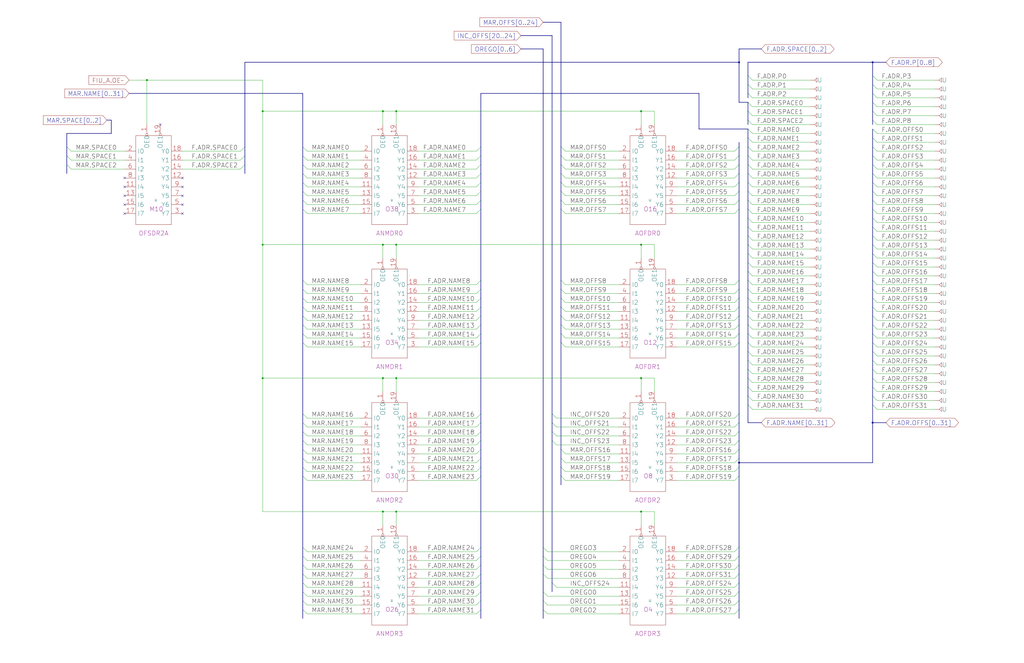
<source format=kicad_sch>
(kicad_sch (version 20220404) (generator eeschema)
  (paper "User" 584.2 378.46)
  (title_block (title "ADDRESS BUS DRIVERS") (date "20-MAR-90") (rev "1.0") (comment 1 "FIU") (comment 2 "232-003065") (comment 3 "S400") (comment 4 "RELEASED"))
  (junction (at 497.84 241.3))
  (junction (at 365.76 215.9))
  (junction (at 365.76 139.7))
  (junction (at 218.44 139.7))
  (junction (at 149.86 215.9))
  (junction (at 226.06 139.7))
  (junction (at 149.86 139.7))
  (junction (at 226.06 292.1))
  (junction (at 226.06 63.5))
  (junction (at 365.76 292.1))
  (junction (at 218.44 63.5))
  (junction (at 218.44 292.1))
  (junction (at 226.06 215.9))
  (junction (at 421.64 264.16))
  (junction (at 365.76 63.5))
  (junction (at 497.84 35.56))
  (junction (at 421.64 35.56))
  (junction (at 83.82 45.72))
  (junction (at 218.44 215.9))
  (junction (at 149.86 63.5))
  (no_connect (at 104.14 101.6))
  (no_connect (at 104.14 121.92))
  (no_connect (at 71.12 111.76))
  (no_connect (at 71.12 116.84))
  (no_connect (at 104.14 106.68))
  (no_connect (at 91.44 71.12))
  (no_connect (at 71.12 106.68))
  (no_connect (at 71.12 121.92))
  (no_connect (at 104.14 111.76))
  (no_connect (at 104.14 116.84))
  (no_connect (at 71.12 101.6))
  (bus_entry (at 274.32 347.98) (size -2.54 2.54))
  (bus_entry (at 421.64 246.38) (size -2.54 2.54))
  (bus_entry (at 274.32 165.1) (size -2.54 2.54))
  (bus_entry (at 421.64 342.9) (size -2.54 2.54))
  (bus_entry (at 172.72 261.62) (size 2.54 2.54))
  (bus_entry (at 274.32 317.5) (size -2.54 2.54))
  (bus_entry (at 497.84 53.34) (size 2.54 2.54))
  (bus_entry (at 426.72 205.74) (size 2.54 2.54))
  (bus_entry (at 497.84 134.62) (size 2.54 2.54))
  (bus_entry (at 274.32 256.54) (size -2.54 2.54))
  (bus_entry (at 497.84 175.26) (size 2.54 2.54))
  (bus_entry (at 426.72 73.66) (size 2.54 2.54))
  (bus_entry (at 426.72 139.7) (size 2.54 2.54))
  (bus_entry (at 497.84 185.42) (size 2.54 2.54))
  (bus_entry (at 426.72 53.34) (size 2.54 2.54))
  (bus_entry (at 320.04 99.06) (size 2.54 2.54))
  (bus_entry (at 274.32 266.7) (size -2.54 2.54))
  (bus_entry (at 172.72 104.14) (size 2.54 2.54))
  (bus_entry (at 426.72 93.98) (size 2.54 2.54))
  (bus_entry (at 309.88 322.58) (size 2.54 2.54))
  (bus_entry (at 497.84 220.98) (size 2.54 2.54))
  (bus_entry (at 320.04 114.3) (size 2.54 2.54))
  (bus_entry (at 421.64 322.58) (size -2.54 2.54))
  (bus_entry (at 426.72 48.26) (size 2.54 2.54))
  (bus_entry (at 426.72 175.26) (size 2.54 2.54))
  (bus_entry (at 274.32 236.22) (size -2.54 2.54))
  (bus_entry (at 497.84 48.26) (size 2.54 2.54))
  (bus_entry (at 497.84 170.18) (size 2.54 2.54))
  (bus_entry (at 172.72 175.26) (size 2.54 2.54))
  (bus_entry (at 426.72 154.94) (size 2.54 2.54))
  (bus_entry (at 274.32 322.58) (size -2.54 2.54))
  (bus_entry (at 426.72 63.5) (size 2.54 2.54))
  (bus_entry (at 172.72 180.34) (size 2.54 2.54))
  (bus_entry (at 320.04 195.58) (size 2.54 2.54))
  (bus_entry (at 497.84 154.94) (size 2.54 2.54))
  (bus_entry (at 274.32 109.22) (size -2.54 2.54))
  (bus_entry (at 497.84 78.74) (size 2.54 2.54))
  (bus_entry (at 172.72 109.22) (size 2.54 2.54))
  (bus_entry (at 314.96 332.74) (size 2.54 2.54))
  (bus_entry (at 497.84 180.34) (size 2.54 2.54))
  (bus_entry (at 497.84 139.7) (size 2.54 2.54))
  (bus_entry (at 497.84 195.58) (size 2.54 2.54))
  (bus_entry (at 172.72 246.38) (size 2.54 2.54))
  (bus_entry (at 497.84 190.5) (size 2.54 2.54))
  (bus_entry (at 274.32 327.66) (size -2.54 2.54))
  (bus_entry (at 426.72 195.58) (size 2.54 2.54))
  (bus_entry (at 497.84 165.1) (size 2.54 2.54))
  (bus_entry (at 172.72 236.22) (size 2.54 2.54))
  (bus_entry (at 320.04 119.38) (size 2.54 2.54))
  (bus_entry (at 172.72 195.58) (size 2.54 2.54))
  (bus_entry (at 497.84 114.3) (size 2.54 2.54))
  (bus_entry (at 497.84 43.18) (size 2.54 2.54))
  (bus_entry (at 497.84 119.38) (size 2.54 2.54))
  (bus_entry (at 497.84 88.9) (size 2.54 2.54))
  (bus_entry (at 426.72 58.42) (size 2.54 2.54))
  (bus_entry (at 274.32 312.42) (size -2.54 2.54))
  (bus_entry (at 497.84 210.82) (size 2.54 2.54))
  (bus_entry (at 426.72 170.18) (size 2.54 2.54))
  (bus_entry (at 421.64 93.98) (size -2.54 2.54))
  (bus_entry (at 38.1 83.82) (size 2.54 2.54))
  (bus_entry (at 497.84 83.82) (size 2.54 2.54))
  (bus_entry (at 421.64 251.46) (size -2.54 2.54))
  (bus_entry (at 421.64 317.5) (size -2.54 2.54))
  (bus_entry (at 320.04 271.78) (size 2.54 2.54))
  (bus_entry (at 320.04 109.22) (size 2.54 2.54))
  (bus_entry (at 320.04 261.62) (size 2.54 2.54))
  (bus_entry (at 421.64 170.18) (size -2.54 2.54))
  (bus_entry (at 421.64 165.1) (size -2.54 2.54))
  (bus_entry (at 172.72 119.38) (size 2.54 2.54))
  (bus_entry (at 309.88 337.82) (size 2.54 2.54))
  (bus_entry (at 497.84 149.86) (size 2.54 2.54))
  (bus_entry (at 274.32 251.46) (size -2.54 2.54))
  (bus_entry (at 172.72 170.18) (size 2.54 2.54))
  (bus_entry (at 139.7 83.82) (size -2.54 2.54))
  (bus_entry (at 274.32 93.98) (size -2.54 2.54))
  (bus_entry (at 421.64 175.26) (size -2.54 2.54))
  (bus_entry (at 309.88 327.66) (size 2.54 2.54))
  (bus_entry (at 421.64 104.14) (size -2.54 2.54))
  (bus_entry (at 274.32 190.5) (size -2.54 2.54))
  (bus_entry (at 421.64 190.5) (size -2.54 2.54))
  (bus_entry (at 421.64 271.78) (size -2.54 2.54))
  (bus_entry (at 421.64 185.42) (size -2.54 2.54))
  (bus_entry (at 274.32 160.02) (size -2.54 2.54))
  (bus_entry (at 172.72 185.42) (size 2.54 2.54))
  (bus_entry (at 320.04 170.18) (size 2.54 2.54))
  (bus_entry (at 426.72 129.54) (size 2.54 2.54))
  (bus_entry (at 274.32 119.38) (size -2.54 2.54))
  (bus_entry (at 497.84 63.5) (size 2.54 2.54))
  (bus_entry (at 172.72 347.98) (size 2.54 2.54))
  (bus_entry (at 497.84 99.06) (size 2.54 2.54))
  (bus_entry (at 320.04 190.5) (size 2.54 2.54))
  (bus_entry (at 497.84 215.9) (size 2.54 2.54))
  (bus_entry (at 139.7 93.98) (size -2.54 2.54))
  (bus_entry (at 497.84 104.14) (size 2.54 2.54))
  (bus_entry (at 274.32 180.34) (size -2.54 2.54))
  (bus_entry (at 497.84 73.66) (size 2.54 2.54))
  (bus_entry (at 426.72 226.06) (size 2.54 2.54))
  (bus_entry (at 320.04 83.82) (size 2.54 2.54))
  (bus_entry (at 426.72 43.18) (size 2.54 2.54))
  (bus_entry (at 172.72 114.3) (size 2.54 2.54))
  (bus_entry (at 426.72 215.9) (size 2.54 2.54))
  (bus_entry (at 426.72 78.74) (size 2.54 2.54))
  (bus_entry (at 497.84 109.22) (size 2.54 2.54))
  (bus_entry (at 274.32 88.9) (size -2.54 2.54))
  (bus_entry (at 274.32 83.82) (size -2.54 2.54))
  (bus_entry (at 274.32 185.42) (size -2.54 2.54))
  (bus_entry (at 139.7 88.9) (size -2.54 2.54))
  (bus_entry (at 426.72 185.42) (size 2.54 2.54))
  (bus_entry (at 426.72 83.82) (size 2.54 2.54))
  (bus_entry (at 320.04 185.42) (size 2.54 2.54))
  (bus_entry (at 497.84 200.66) (size 2.54 2.54))
  (bus_entry (at 497.84 129.54) (size 2.54 2.54))
  (bus_entry (at 274.32 104.14) (size -2.54 2.54))
  (bus_entry (at 172.72 271.78) (size 2.54 2.54))
  (bus_entry (at 426.72 104.14) (size 2.54 2.54))
  (bus_entry (at 426.72 190.5) (size 2.54 2.54))
  (bus_entry (at 309.88 317.5) (size 2.54 2.54))
  (bus_entry (at 421.64 261.62) (size -2.54 2.54))
  (bus_entry (at 314.96 236.22) (size 2.54 2.54))
  (bus_entry (at 421.64 332.74) (size -2.54 2.54))
  (bus_entry (at 421.64 114.3) (size -2.54 2.54))
  (bus_entry (at 320.04 160.02) (size 2.54 2.54))
  (bus_entry (at 274.32 99.06) (size -2.54 2.54))
  (bus_entry (at 172.72 251.46) (size 2.54 2.54))
  (bus_entry (at 421.64 88.9) (size -2.54 2.54))
  (bus_entry (at 421.64 337.82) (size -2.54 2.54))
  (bus_entry (at 497.84 144.78) (size 2.54 2.54))
  (bus_entry (at 309.88 312.42) (size 2.54 2.54))
  (bus_entry (at 172.72 327.66) (size 2.54 2.54))
  (bus_entry (at 426.72 149.86) (size 2.54 2.54))
  (bus_entry (at 320.04 256.54) (size 2.54 2.54))
  (bus_entry (at 426.72 134.62) (size 2.54 2.54))
  (bus_entry (at 314.96 251.46) (size 2.54 2.54))
  (bus_entry (at 497.84 226.06) (size 2.54 2.54))
  (bus_entry (at 421.64 241.3) (size -2.54 2.54))
  (bus_entry (at 421.64 99.06) (size -2.54 2.54))
  (bus_entry (at 426.72 165.1) (size 2.54 2.54))
  (bus_entry (at 421.64 266.7) (size -2.54 2.54))
  (bus_entry (at 274.32 175.26) (size -2.54 2.54))
  (bus_entry (at 421.64 236.22) (size -2.54 2.54))
  (bus_entry (at 172.72 99.06) (size 2.54 2.54))
  (bus_entry (at 172.72 88.9) (size 2.54 2.54))
  (bus_entry (at 426.72 144.78) (size 2.54 2.54))
  (bus_entry (at 426.72 220.98) (size 2.54 2.54))
  (bus_entry (at 497.84 231.14) (size 2.54 2.54))
  (bus_entry (at 172.72 256.54) (size 2.54 2.54))
  (bus_entry (at 426.72 99.06) (size 2.54 2.54))
  (bus_entry (at 421.64 109.22) (size -2.54 2.54))
  (bus_entry (at 426.72 160.02) (size 2.54 2.54))
  (bus_entry (at 426.72 200.66) (size 2.54 2.54))
  (bus_entry (at 426.72 180.34) (size 2.54 2.54))
  (bus_entry (at 320.04 266.7) (size 2.54 2.54))
  (bus_entry (at 497.84 68.58) (size 2.54 2.54))
  (bus_entry (at 497.84 93.98) (size 2.54 2.54))
  (bus_entry (at 426.72 124.46) (size 2.54 2.54))
  (bus_entry (at 426.72 109.22) (size 2.54 2.54))
  (bus_entry (at 38.1 88.9) (size 2.54 2.54))
  (bus_entry (at 421.64 119.38) (size -2.54 2.54))
  (bus_entry (at 274.32 246.38) (size -2.54 2.54))
  (bus_entry (at 320.04 180.34) (size 2.54 2.54))
  (bus_entry (at 274.32 241.3) (size -2.54 2.54))
  (bus_entry (at 426.72 88.9) (size 2.54 2.54))
  (bus_entry (at 172.72 160.02) (size 2.54 2.54))
  (bus_entry (at 314.96 246.38) (size 2.54 2.54))
  (bus_entry (at 172.72 337.82) (size 2.54 2.54))
  (bus_entry (at 421.64 83.82) (size -2.54 2.54))
  (bus_entry (at 172.72 165.1) (size 2.54 2.54))
  (bus_entry (at 309.88 342.9) (size 2.54 2.54))
  (bus_entry (at 320.04 93.98) (size 2.54 2.54))
  (bus_entry (at 274.32 332.74) (size -2.54 2.54))
  (bus_entry (at 172.72 93.98) (size 2.54 2.54))
  (bus_entry (at 274.32 337.82) (size -2.54 2.54))
  (bus_entry (at 309.88 347.98) (size 2.54 2.54))
  (bus_entry (at 426.72 68.58) (size 2.54 2.54))
  (bus_entry (at 274.32 261.62) (size -2.54 2.54))
  (bus_entry (at 421.64 160.02) (size -2.54 2.54))
  (bus_entry (at 320.04 104.14) (size 2.54 2.54))
  (bus_entry (at 274.32 195.58) (size -2.54 2.54))
  (bus_entry (at 38.1 93.98) (size 2.54 2.54))
  (bus_entry (at 421.64 347.98) (size -2.54 2.54))
  (bus_entry (at 274.32 170.18) (size -2.54 2.54))
  (bus_entry (at 320.04 175.26) (size 2.54 2.54))
  (bus_entry (at 274.32 342.9) (size -2.54 2.54))
  (bus_entry (at 497.84 160.02) (size 2.54 2.54))
  (bus_entry (at 421.64 312.42) (size -2.54 2.54))
  (bus_entry (at 421.64 327.66) (size -2.54 2.54))
  (bus_entry (at 172.72 317.5) (size 2.54 2.54))
  (bus_entry (at 172.72 83.82) (size 2.54 2.54))
  (bus_entry (at 497.84 124.46) (size 2.54 2.54))
  (bus_entry (at 172.72 190.5) (size 2.54 2.54))
  (bus_entry (at 497.84 58.42) (size 2.54 2.54))
  (bus_entry (at 421.64 180.34) (size -2.54 2.54))
  (bus_entry (at 172.72 332.74) (size 2.54 2.54))
  (bus_entry (at 426.72 114.3) (size 2.54 2.54))
  (bus_entry (at 426.72 210.82) (size 2.54 2.54))
  (bus_entry (at 172.72 241.3) (size 2.54 2.54))
  (bus_entry (at 426.72 231.14) (size 2.54 2.54))
  (bus_entry (at 320.04 165.1) (size 2.54 2.54))
  (bus_entry (at 172.72 342.9) (size 2.54 2.54))
  (bus_entry (at 274.32 271.78) (size -2.54 2.54))
  (bus_entry (at 421.64 195.58) (size -2.54 2.54))
  (bus_entry (at 320.04 88.9) (size 2.54 2.54))
  (bus_entry (at 274.32 114.3) (size -2.54 2.54))
  (bus_entry (at 314.96 241.3) (size 2.54 2.54))
  (bus_entry (at 172.72 312.42) (size 2.54 2.54))
  (bus_entry (at 421.64 256.54) (size -2.54 2.54))
  (bus_entry (at 172.72 266.7) (size 2.54 2.54))
  (bus_entry (at 172.72 322.58) (size 2.54 2.54))
  (bus_entry (at 426.72 119.38) (size 2.54 2.54))
  (bus_entry (at 497.84 205.74) (size 2.54 2.54))
  (bus (pts (xy 274.32 165.1) (xy 274.32 170.18)))
  (bus (pts (xy 274.32 251.46) (xy 274.32 256.54)))
  (bus (pts (xy 172.72 185.42) (xy 172.72 190.5)))
  (wire (pts (xy 500.38 142.24) (xy 533.4 142.24)))
  (wire (pts (xy 429.26 198.12) (xy 462.28 198.12)))
  (wire (pts (xy 500.38 45.72) (xy 533.4 45.72)))
  (wire (pts (xy 238.76 187.96) (xy 271.78 187.96)))
  (wire (pts (xy 429.26 76.2) (xy 462.28 76.2)))
  (bus (pts (xy 274.32 261.62) (xy 274.32 266.7)))
  (wire (pts (xy 500.38 121.92) (xy 533.4 121.92)))
  (bus (pts (xy 309.88 27.94) (xy 309.88 312.42)))
  (wire (pts (xy 322.58 116.84) (xy 353.06 116.84)))
  (bus (pts (xy 426.72 58.42) (xy 421.64 58.42)))
  (wire (pts (xy 373.38 292.1) (xy 373.38 299.72)))
  (bus (pts (xy 274.32 347.98) (xy 274.32 353.06)))
  (wire (pts (xy 322.58 198.12) (xy 353.06 198.12)))
  (bus (pts (xy 320.04 119.38) (xy 320.04 160.02)))
  (bus (pts (xy 421.64 271.78) (xy 421.64 312.42)))
  (bus (pts (xy 274.32 170.18) (xy 274.32 175.26)))
  (bus (pts (xy 274.32 271.78) (xy 274.32 312.42)))
  (wire (pts (xy 429.26 71.12) (xy 462.28 71.12)))
  (wire (pts (xy 238.76 111.76) (xy 271.78 111.76)))
  (bus (pts (xy 172.72 236.22) (xy 172.72 241.3)))
  (wire (pts (xy 386.08 325.12) (xy 419.1 325.12)))
  (bus (pts (xy 426.72 78.74) (xy 426.72 83.82)))
  (bus (pts (xy 172.72 337.82) (xy 172.72 342.9)))
  (bus (pts (xy 172.72 190.5) (xy 172.72 195.58)))
  (bus (pts (xy 497.84 190.5) (xy 497.84 195.58)))
  (wire (pts (xy 175.26 177.8) (xy 205.74 177.8)))
  (bus (pts (xy 320.04 180.34) (xy 320.04 185.42)))
  (wire (pts (xy 238.76 335.28) (xy 271.78 335.28)))
  (wire (pts (xy 238.76 121.92) (xy 271.78 121.92)))
  (wire (pts (xy 386.08 193.04) (xy 419.1 193.04)))
  (wire (pts (xy 226.06 63.5) (xy 218.44 63.5)))
  (bus (pts (xy 421.64 114.3) (xy 421.64 119.38)))
  (bus (pts (xy 426.72 68.58) (xy 426.72 71.12)))
  (wire (pts (xy 500.38 111.76) (xy 533.4 111.76)))
  (bus (pts (xy 497.84 160.02) (xy 497.84 165.1)))
  (bus (pts (xy 426.72 73.66) (xy 426.72 78.74)))
  (wire (pts (xy 218.44 139.7) (xy 218.44 147.32)))
  (wire (pts (xy 238.76 96.52) (xy 271.78 96.52)))
  (wire (pts (xy 238.76 182.88) (xy 271.78 182.88)))
  (bus (pts (xy 421.64 241.3) (xy 421.64 246.38)))
  (bus (pts (xy 274.32 109.22) (xy 274.32 114.3)))
  (bus (pts (xy 274.32 317.5) (xy 274.32 322.58)))
  (bus (pts (xy 426.72 124.46) (xy 426.72 129.54)))
  (bus (pts (xy 320.04 190.5) (xy 320.04 195.58)))
  (wire (pts (xy 226.06 63.5) (xy 226.06 71.12)))
  (bus (pts (xy 497.84 88.9) (xy 497.84 93.98)))
  (wire (pts (xy 312.42 340.36) (xy 353.06 340.36)))
  (bus (pts (xy 497.84 35.56) (xy 505.46 35.56)))
  (bus (pts (xy 274.32 175.26) (xy 274.32 180.34)))
  (bus (pts (xy 274.32 53.34) (xy 398.78 53.34)))
  (bus (pts (xy 274.32 195.58) (xy 274.32 236.22)))
  (bus (pts (xy 421.64 93.98) (xy 421.64 99.06)))
  (bus (pts (xy 421.64 104.14) (xy 421.64 109.22)))
  (bus (pts (xy 421.64 88.9) (xy 421.64 93.98)))
  (wire (pts (xy 317.5 238.76) (xy 353.06 238.76)))
  (wire (pts (xy 386.08 350.52) (xy 419.1 350.52)))
  (wire (pts (xy 40.64 96.52) (xy 71.12 96.52)))
  (wire (pts (xy 322.58 172.72) (xy 353.06 172.72)))
  (wire (pts (xy 500.38 198.12) (xy 533.4 198.12)))
  (bus (pts (xy 421.64 83.82) (xy 421.64 88.9)))
  (bus (pts (xy 314.96 236.22) (xy 314.96 241.3)))
  (wire (pts (xy 218.44 139.7) (xy 149.86 139.7)))
  (wire (pts (xy 175.26 340.36) (xy 205.74 340.36)))
  (bus (pts (xy 172.72 53.34) (xy 172.72 83.82)))
  (wire (pts (xy 429.26 111.76) (xy 462.28 111.76)))
  (bus (pts (xy 274.32 256.54) (xy 274.32 261.62)))
  (wire (pts (xy 175.26 259.08) (xy 205.74 259.08)))
  (bus (pts (xy 274.32 99.06) (xy 274.32 104.14)))
  (bus (pts (xy 320.04 88.9) (xy 320.04 93.98)))
  (bus (pts (xy 172.72 175.26) (xy 172.72 180.34)))
  (wire (pts (xy 386.08 162.56) (xy 419.1 162.56)))
  (wire (pts (xy 238.76 106.68) (xy 271.78 106.68)))
  (bus (pts (xy 426.72 104.14) (xy 426.72 109.22)))
  (bus (pts (xy 426.72 149.86) (xy 426.72 154.94)))
  (bus (pts (xy 426.72 129.54) (xy 426.72 134.62)))
  (bus (pts (xy 497.84 93.98) (xy 497.84 99.06)))
  (wire (pts (xy 386.08 340.36) (xy 419.1 340.36)))
  (bus (pts (xy 497.84 241.3) (xy 497.84 264.16)))
  (bus (pts (xy 497.84 175.26) (xy 497.84 180.34)))
  (wire (pts (xy 238.76 198.12) (xy 271.78 198.12)))
  (bus (pts (xy 421.64 236.22) (xy 421.64 241.3)))
  (wire (pts (xy 429.26 228.6) (xy 462.28 228.6)))
  (wire (pts (xy 175.26 187.96) (xy 205.74 187.96)))
  (bus (pts (xy 320.04 266.7) (xy 320.04 271.78)))
  (wire (pts (xy 386.08 320.04) (xy 419.1 320.04)))
  (wire (pts (xy 429.26 127) (xy 462.28 127)))
  (bus (pts (xy 38.1 83.82) (xy 38.1 88.9)))
  (bus (pts (xy 314.96 241.3) (xy 314.96 246.38)))
  (wire (pts (xy 500.38 137.16) (xy 533.4 137.16)))
  (bus (pts (xy 274.32 185.42) (xy 274.32 190.5)))
  (wire (pts (xy 429.26 218.44) (xy 462.28 218.44)))
  (wire (pts (xy 322.58 162.56) (xy 353.06 162.56)))
  (wire (pts (xy 175.26 162.56) (xy 205.74 162.56)))
  (bus (pts (xy 426.72 35.56) (xy 497.84 35.56)))
  (wire (pts (xy 386.08 187.96) (xy 419.1 187.96)))
  (wire (pts (xy 175.26 264.16) (xy 205.74 264.16)))
  (bus (pts (xy 274.32 241.3) (xy 274.32 246.38)))
  (bus (pts (xy 172.72 322.58) (xy 172.72 327.66)))
  (wire (pts (xy 175.26 325.12) (xy 205.74 325.12)))
  (wire (pts (xy 500.38 147.32) (xy 533.4 147.32)))
  (wire (pts (xy 312.42 350.52) (xy 353.06 350.52)))
  (wire (pts (xy 500.38 233.68) (xy 533.4 233.68)))
  (wire (pts (xy 386.08 86.36) (xy 419.1 86.36)))
  (bus (pts (xy 497.84 104.14) (xy 497.84 109.22)))
  (bus (pts (xy 320.04 261.62) (xy 320.04 266.7)))
  (wire (pts (xy 429.26 208.28) (xy 462.28 208.28)))
  (bus (pts (xy 426.72 43.18) (xy 426.72 48.26)))
  (wire (pts (xy 175.26 101.6) (xy 205.74 101.6)))
  (bus (pts (xy 426.72 200.66) (xy 426.72 205.74)))
  (wire (pts (xy 175.26 86.36) (xy 205.74 86.36)))
  (wire (pts (xy 500.38 91.44) (xy 533.4 91.44)))
  (bus (pts (xy 421.64 35.56) (xy 421.64 27.94)))
  (bus (pts (xy 320.04 195.58) (xy 320.04 256.54)))
  (bus (pts (xy 421.64 261.62) (xy 421.64 264.16)))
  (bus (pts (xy 421.64 251.46) (xy 421.64 256.54)))
  (wire (pts (xy 226.06 292.1) (xy 218.44 292.1)))
  (wire (pts (xy 500.38 187.96) (xy 533.4 187.96)))
  (wire (pts (xy 238.76 193.04) (xy 271.78 193.04)))
  (wire (pts (xy 429.26 132.08) (xy 462.28 132.08)))
  (bus (pts (xy 497.84 119.38) (xy 497.84 124.46)))
  (bus (pts (xy 497.84 134.62) (xy 497.84 139.7)))
  (wire (pts (xy 386.08 345.44) (xy 419.1 345.44)))
  (wire (pts (xy 365.76 63.5) (xy 365.76 71.12)))
  (wire (pts (xy 175.26 91.44) (xy 205.74 91.44)))
  (bus (pts (xy 426.72 180.34) (xy 426.72 185.42)))
  (bus (pts (xy 497.84 215.9) (xy 497.84 220.98)))
  (bus (pts (xy 172.72 251.46) (xy 172.72 256.54)))
  (bus (pts (xy 309.88 347.98) (xy 309.88 353.06)))
  (wire (pts (xy 500.38 127) (xy 533.4 127)))
  (wire (pts (xy 386.08 116.84) (xy 419.1 116.84)))
  (wire (pts (xy 429.26 167.64) (xy 462.28 167.64)))
  (wire (pts (xy 175.26 254) (xy 205.74 254)))
  (bus (pts (xy 309.88 337.82) (xy 309.88 342.9)))
  (wire (pts (xy 218.44 292.1) (xy 218.44 299.72)))
  (bus (pts (xy 497.84 144.78) (xy 497.84 149.86)))
  (bus (pts (xy 426.72 175.26) (xy 426.72 180.34)))
  (wire (pts (xy 429.26 60.96) (xy 462.28 60.96)))
  (bus (pts (xy 426.72 160.02) (xy 426.72 165.1)))
  (bus (pts (xy 497.84 226.06) (xy 497.84 231.14)))
  (bus (pts (xy 314.96 246.38) (xy 314.96 251.46)))
  (bus (pts (xy 274.32 180.34) (xy 274.32 185.42)))
  (bus (pts (xy 421.64 317.5) (xy 421.64 322.58)))
  (wire (pts (xy 175.26 269.24) (xy 205.74 269.24)))
  (wire (pts (xy 500.38 81.28) (xy 533.4 81.28)))
  (wire (pts (xy 365.76 139.7) (xy 365.76 147.32)))
  (wire (pts (xy 429.26 152.4) (xy 462.28 152.4)))
  (wire (pts (xy 322.58 91.44) (xy 353.06 91.44)))
  (bus (pts (xy 497.84 43.18) (xy 497.84 48.26)))
  (bus (pts (xy 421.64 337.82) (xy 421.64 342.9)))
  (wire (pts (xy 429.26 86.36) (xy 462.28 86.36)))
  (wire (pts (xy 322.58 274.32) (xy 353.06 274.32)))
  (bus (pts (xy 497.84 231.14) (xy 497.84 241.3)))
  (wire (pts (xy 429.26 101.6) (xy 462.28 101.6)))
  (bus (pts (xy 497.84 200.66) (xy 497.84 205.74)))
  (bus (pts (xy 497.84 58.42) (xy 497.84 63.5)))
  (bus (pts (xy 274.32 236.22) (xy 274.32 241.3)))
  (wire (pts (xy 322.58 182.88) (xy 353.06 182.88)))
  (bus (pts (xy 497.84 205.74) (xy 497.84 210.82)))
  (bus (pts (xy 426.72 220.98) (xy 426.72 226.06)))
  (wire (pts (xy 322.58 121.92) (xy 353.06 121.92)))
  (wire (pts (xy 238.76 340.36) (xy 271.78 340.36)))
  (bus (pts (xy 426.72 170.18) (xy 426.72 175.26)))
  (wire (pts (xy 226.06 139.7) (xy 218.44 139.7)))
  (bus (pts (xy 426.72 139.7) (xy 426.72 144.78)))
  (wire (pts (xy 104.14 86.36) (xy 137.16 86.36)))
  (wire (pts (xy 175.26 335.28) (xy 205.74 335.28)))
  (wire (pts (xy 175.26 172.72) (xy 205.74 172.72)))
  (wire (pts (xy 500.38 132.08) (xy 533.4 132.08)))
  (bus (pts (xy 320.04 185.42) (xy 320.04 190.5)))
  (bus (pts (xy 38.1 88.9) (xy 38.1 93.98)))
  (wire (pts (xy 312.42 345.44) (xy 353.06 345.44)))
  (bus (pts (xy 172.72 114.3) (xy 172.72 119.38)))
  (wire (pts (xy 175.26 193.04) (xy 205.74 193.04)))
  (wire (pts (xy 317.5 248.92) (xy 353.06 248.92)))
  (wire (pts (xy 218.44 215.9) (xy 149.86 215.9)))
  (bus (pts (xy 426.72 35.56) (xy 426.72 43.18)))
  (bus (pts (xy 421.64 175.26) (xy 421.64 180.34)))
  (wire (pts (xy 175.26 106.68) (xy 205.74 106.68)))
  (wire (pts (xy 149.86 215.9) (xy 149.86 139.7)))
  (bus (pts (xy 426.72 109.22) (xy 426.72 114.3)))
  (wire (pts (xy 373.38 139.7) (xy 373.38 147.32)))
  (wire (pts (xy 500.38 213.36) (xy 533.4 213.36)))
  (bus (pts (xy 320.04 83.82) (xy 320.04 88.9)))
  (wire (pts (xy 365.76 215.9) (xy 365.76 223.52)))
  (wire (pts (xy 312.42 325.12) (xy 353.06 325.12)))
  (bus (pts (xy 421.64 119.38) (xy 421.64 160.02)))
  (wire (pts (xy 386.08 91.44) (xy 419.1 91.44)))
  (wire (pts (xy 386.08 330.2) (xy 419.1 330.2)))
  (bus (pts (xy 172.72 109.22) (xy 172.72 114.3)))
  (bus (pts (xy 497.84 129.54) (xy 497.84 134.62)))
  (bus (pts (xy 497.84 149.86) (xy 497.84 154.94)))
  (bus (pts (xy 320.04 271.78) (xy 320.04 276.86)))
  (wire (pts (xy 429.26 177.8) (xy 462.28 177.8)))
  (wire (pts (xy 322.58 106.68) (xy 353.06 106.68)))
  (wire (pts (xy 312.42 314.96) (xy 353.06 314.96)))
  (bus (pts (xy 421.64 170.18) (xy 421.64 175.26)))
  (bus (pts (xy 421.64 190.5) (xy 421.64 195.58)))
  (bus (pts (xy 172.72 93.98) (xy 172.72 99.06)))
  (bus (pts (xy 309.88 317.5) (xy 309.88 322.58)))
  (wire (pts (xy 175.26 116.84) (xy 205.74 116.84)))
  (bus (pts (xy 274.32 53.34) (xy 274.32 83.82)))
  (wire (pts (xy 386.08 177.8) (xy 419.1 177.8)))
  (bus (pts (xy 426.72 195.58) (xy 426.72 200.66)))
  (wire (pts (xy 500.38 228.6) (xy 533.4 228.6)))
  (wire (pts (xy 429.26 187.96) (xy 462.28 187.96)))
  (wire (pts (xy 500.38 177.8) (xy 533.4 177.8)))
  (bus (pts (xy 421.64 81.28) (xy 421.64 83.82)))
  (wire (pts (xy 373.38 63.5) (xy 373.38 71.12)))
  (bus (pts (xy 421.64 266.7) (xy 421.64 271.78)))
  (wire (pts (xy 226.06 139.7) (xy 226.06 147.32)))
  (wire (pts (xy 83.82 45.72) (xy 83.82 71.12)))
  (bus (pts (xy 320.04 165.1) (xy 320.04 170.18)))
  (bus (pts (xy 426.72 215.9) (xy 426.72 220.98)))
  (wire (pts (xy 175.26 330.2) (xy 205.74 330.2)))
  (wire (pts (xy 429.26 142.24) (xy 462.28 142.24)))
  (bus (pts (xy 497.84 180.34) (xy 497.84 185.42)))
  (wire (pts (xy 175.26 243.84) (xy 205.74 243.84)))
  (wire (pts (xy 104.14 91.44) (xy 137.16 91.44)))
  (bus (pts (xy 497.84 73.66) (xy 497.84 78.74)))
  (wire (pts (xy 365.76 215.9) (xy 226.06 215.9)))
  (wire (pts (xy 238.76 86.36) (xy 271.78 86.36)))
  (bus (pts (xy 421.64 264.16) (xy 421.64 266.7)))
  (wire (pts (xy 218.44 215.9) (xy 218.44 223.52)))
  (wire (pts (xy 322.58 96.52) (xy 353.06 96.52)))
  (bus (pts (xy 139.7 93.98) (xy 139.7 99.06)))
  (wire (pts (xy 429.26 193.04) (xy 462.28 193.04)))
  (bus (pts (xy 139.7 83.82) (xy 139.7 88.9)))
  (bus (pts (xy 172.72 342.9) (xy 172.72 347.98)))
  (wire (pts (xy 322.58 193.04) (xy 353.06 193.04)))
  (wire (pts (xy 500.38 208.28) (xy 533.4 208.28)))
  (bus (pts (xy 426.72 83.82) (xy 426.72 88.9)))
  (wire (pts (xy 322.58 264.16) (xy 353.06 264.16)))
  (bus (pts (xy 172.72 312.42) (xy 172.72 317.5)))
  (bus (pts (xy 497.84 165.1) (xy 497.84 170.18)))
  (bus (pts (xy 172.72 195.58) (xy 172.72 236.22)))
  (bus (pts (xy 497.84 195.58) (xy 497.84 200.66)))
  (wire (pts (xy 175.26 111.76) (xy 205.74 111.76)))
  (bus (pts (xy 274.32 190.5) (xy 274.32 195.58)))
  (wire (pts (xy 238.76 243.84) (xy 271.78 243.84)))
  (wire (pts (xy 175.26 350.52) (xy 205.74 350.52)))
  (bus (pts (xy 139.7 35.56) (xy 421.64 35.56)))
  (wire (pts (xy 317.5 254) (xy 353.06 254)))
  (wire (pts (xy 40.64 86.36) (xy 71.12 86.36)))
  (wire (pts (xy 386.08 101.6) (xy 419.1 101.6)))
  (bus (pts (xy 172.72 347.98) (xy 172.72 353.06)))
  (bus (pts (xy 172.72 170.18) (xy 172.72 175.26)))
  (bus (pts (xy 497.84 35.56) (xy 497.84 43.18)))
  (bus (pts (xy 274.32 312.42) (xy 274.32 317.5)))
  (wire (pts (xy 238.76 264.16) (xy 271.78 264.16)))
  (bus (pts (xy 172.72 160.02) (xy 172.72 165.1)))
  (wire (pts (xy 429.26 137.16) (xy 462.28 137.16)))
  (wire (pts (xy 238.76 330.2) (xy 271.78 330.2)))
  (wire (pts (xy 386.08 167.64) (xy 419.1 167.64)))
  (bus (pts (xy 426.72 114.3) (xy 426.72 119.38)))
  (wire (pts (xy 312.42 320.04) (xy 353.06 320.04)))
  (bus (pts (xy 497.84 68.58) (xy 497.84 71.12)))
  (wire (pts (xy 312.42 330.2) (xy 353.06 330.2)))
  (bus (pts (xy 172.72 271.78) (xy 172.72 312.42)))
  (bus (pts (xy 172.72 256.54) (xy 172.72 261.62)))
  (bus (pts (xy 320.04 12.7) (xy 320.04 83.82)))
  (wire (pts (xy 429.26 91.44) (xy 462.28 91.44)))
  (wire (pts (xy 373.38 292.1) (xy 365.76 292.1)))
  (wire (pts (xy 429.26 106.68) (xy 462.28 106.68)))
  (wire (pts (xy 386.08 335.28) (xy 419.1 335.28)))
  (bus (pts (xy 274.32 119.38) (xy 274.32 160.02)))
  (bus (pts (xy 421.64 347.98) (xy 421.64 353.06)))
  (wire (pts (xy 500.38 96.52) (xy 533.4 96.52)))
  (wire (pts (xy 149.86 292.1) (xy 149.86 215.9)))
  (bus (pts (xy 172.72 332.74) (xy 172.72 337.82)))
  (bus (pts (xy 426.72 210.82) (xy 426.72 215.9)))
  (bus (pts (xy 314.96 332.74) (xy 314.96 337.82)))
  (bus (pts (xy 309.88 312.42) (xy 309.88 317.5)))
  (wire (pts (xy 226.06 292.1) (xy 226.06 299.72)))
  (wire (pts (xy 500.38 71.12) (xy 533.4 71.12)))
  (wire (pts (xy 500.38 162.56) (xy 533.4 162.56)))
  (wire (pts (xy 317.5 243.84) (xy 353.06 243.84)))
  (bus (pts (xy 172.72 180.34) (xy 172.72 185.42)))
  (wire (pts (xy 386.08 243.84) (xy 419.1 243.84)))
  (wire (pts (xy 322.58 167.64) (xy 353.06 167.64)))
  (bus (pts (xy 320.04 99.06) (xy 320.04 104.14)))
  (wire (pts (xy 500.38 50.8) (xy 533.4 50.8)))
  (wire (pts (xy 500.38 193.04) (xy 533.4 193.04)))
  (bus (pts (xy 274.32 332.74) (xy 274.32 337.82)))
  (wire (pts (xy 322.58 269.24) (xy 353.06 269.24)))
  (bus (pts (xy 497.84 154.94) (xy 497.84 160.02)))
  (wire (pts (xy 175.26 320.04) (xy 205.74 320.04)))
  (wire (pts (xy 175.26 274.32) (xy 205.74 274.32)))
  (bus (pts (xy 320.04 109.22) (xy 320.04 114.3)))
  (bus (pts (xy 172.72 119.38) (xy 172.72 160.02)))
  (bus (pts (xy 297.18 20.32) (xy 314.96 20.32)))
  (wire (pts (xy 218.44 63.5) (xy 149.86 63.5)))
  (wire (pts (xy 238.76 238.76) (xy 271.78 238.76)))
  (wire (pts (xy 238.76 172.72) (xy 271.78 172.72)))
  (wire (pts (xy 500.38 167.64) (xy 533.4 167.64)))
  (bus (pts (xy 421.64 342.9) (xy 421.64 347.98)))
  (bus (pts (xy 421.64 165.1) (xy 421.64 170.18)))
  (bus (pts (xy 274.32 83.82) (xy 274.32 88.9)))
  (bus (pts (xy 320.04 93.98) (xy 320.04 99.06)))
  (wire (pts (xy 429.26 213.36) (xy 462.28 213.36)))
  (wire (pts (xy 500.38 86.36) (xy 533.4 86.36)))
  (bus (pts (xy 172.72 165.1) (xy 172.72 170.18)))
  (bus (pts (xy 426.72 165.1) (xy 426.72 170.18)))
  (wire (pts (xy 386.08 111.76) (xy 419.1 111.76)))
  (wire (pts (xy 386.08 172.72) (xy 419.1 172.72)))
  (bus (pts (xy 497.84 170.18) (xy 497.84 175.26)))
  (wire (pts (xy 218.44 292.1) (xy 149.86 292.1)))
  (wire (pts (xy 322.58 177.8) (xy 353.06 177.8)))
  (bus (pts (xy 320.04 256.54) (xy 320.04 261.62)))
  (bus (pts (xy 274.32 246.38) (xy 274.32 251.46)))
  (wire (pts (xy 386.08 264.16) (xy 419.1 264.16)))
  (bus (pts (xy 426.72 154.94) (xy 426.72 160.02)))
  (wire (pts (xy 429.26 116.84) (xy 462.28 116.84)))
  (wire (pts (xy 373.38 215.9) (xy 373.38 223.52)))
  (wire (pts (xy 365.76 292.1) (xy 365.76 299.72)))
  (wire (pts (xy 500.38 172.72) (xy 533.4 172.72)))
  (bus (pts (xy 426.72 53.34) (xy 426.72 55.88)))
  (wire (pts (xy 149.86 139.7) (xy 149.86 63.5)))
  (bus (pts (xy 497.84 63.5) (xy 497.84 68.58)))
  (bus (pts (xy 172.72 261.62) (xy 172.72 266.7)))
  (wire (pts (xy 386.08 269.24) (xy 419.1 269.24)))
  (wire (pts (xy 175.26 345.44) (xy 205.74 345.44)))
  (bus (pts (xy 63.5 76.2) (xy 38.1 76.2)))
  (bus (pts (xy 274.32 322.58) (xy 274.32 327.66)))
  (bus (pts (xy 139.7 35.56) (xy 139.7 83.82)))
  (wire (pts (xy 500.38 101.6) (xy 533.4 101.6)))
  (wire (pts (xy 238.76 254) (xy 271.78 254)))
  (wire (pts (xy 238.76 274.32) (xy 271.78 274.32)))
  (bus (pts (xy 398.78 53.34) (xy 398.78 73.66)))
  (bus (pts (xy 421.64 27.94) (xy 434.34 27.94)))
  (bus (pts (xy 497.84 220.98) (xy 497.84 226.06)))
  (wire (pts (xy 238.76 162.56) (xy 271.78 162.56)))
  (wire (pts (xy 322.58 86.36) (xy 353.06 86.36)))
  (wire (pts (xy 500.38 60.96) (xy 533.4 60.96)))
  (bus (pts (xy 426.72 185.42) (xy 426.72 190.5)))
  (bus (pts (xy 320.04 170.18) (xy 320.04 175.26)))
  (wire (pts (xy 386.08 121.92) (xy 419.1 121.92)))
  (bus (pts (xy 172.72 317.5) (xy 172.72 322.58)))
  (bus (pts (xy 274.32 266.7) (xy 274.32 271.78)))
  (wire (pts (xy 500.38 218.44) (xy 533.4 218.44)))
  (wire (pts (xy 175.26 314.96) (xy 205.74 314.96)))
  (bus (pts (xy 426.72 205.74) (xy 426.72 210.82)))
  (bus (pts (xy 426.72 58.42) (xy 426.72 63.5)))
  (bus (pts (xy 274.32 337.82) (xy 274.32 342.9)))
  (wire (pts (xy 322.58 187.96) (xy 353.06 187.96)))
  (bus (pts (xy 421.64 327.66) (xy 421.64 332.74)))
  (bus (pts (xy 426.72 63.5) (xy 426.72 68.58)))
  (wire (pts (xy 429.26 45.72) (xy 462.28 45.72)))
  (wire (pts (xy 386.08 106.68) (xy 419.1 106.68)))
  (bus (pts (xy 320.04 104.14) (xy 320.04 109.22)))
  (wire (pts (xy 238.76 269.24) (xy 271.78 269.24)))
  (bus (pts (xy 421.64 312.42) (xy 421.64 317.5)))
  (bus (pts (xy 426.72 88.9) (xy 426.72 93.98)))
  (wire (pts (xy 386.08 254) (xy 419.1 254)))
  (wire (pts (xy 500.38 223.52) (xy 533.4 223.52)))
  (wire (pts (xy 373.38 139.7) (xy 365.76 139.7)))
  (wire (pts (xy 238.76 345.44) (xy 271.78 345.44)))
  (bus (pts (xy 314.96 251.46) (xy 314.96 332.74)))
  (wire (pts (xy 175.26 238.76) (xy 205.74 238.76)))
  (wire (pts (xy 386.08 259.08) (xy 419.1 259.08)))
  (wire (pts (xy 238.76 350.52) (xy 271.78 350.52)))
  (wire (pts (xy 322.58 101.6) (xy 353.06 101.6)))
  (bus (pts (xy 497.84 53.34) (xy 497.84 58.42)))
  (bus (pts (xy 426.72 231.14) (xy 426.72 241.3)))
  (bus (pts (xy 421.64 180.34) (xy 421.64 185.42)))
  (bus (pts (xy 309.88 322.58) (xy 309.88 327.66)))
  (wire (pts (xy 429.26 81.28) (xy 462.28 81.28)))
  (wire (pts (xy 238.76 259.08) (xy 271.78 259.08)))
  (bus (pts (xy 426.72 226.06) (xy 426.72 231.14)))
  (wire (pts (xy 429.26 66.04) (xy 462.28 66.04)))
  (wire (pts (xy 218.44 63.5) (xy 218.44 71.12)))
  (bus (pts (xy 497.84 210.82) (xy 497.84 215.9)))
  (wire (pts (xy 238.76 320.04) (xy 271.78 320.04)))
  (wire (pts (xy 175.26 96.52) (xy 205.74 96.52)))
  (bus (pts (xy 421.64 264.16) (xy 497.84 264.16)))
  (bus (pts (xy 497.84 139.7) (xy 497.84 144.78)))
  (bus (pts (xy 497.84 124.46) (xy 497.84 129.54)))
  (wire (pts (xy 238.76 314.96) (xy 271.78 314.96)))
  (wire (pts (xy 429.26 147.32) (xy 462.28 147.32)))
  (bus (pts (xy 421.64 185.42) (xy 421.64 190.5)))
  (bus (pts (xy 421.64 332.74) (xy 421.64 337.82)))
  (wire (pts (xy 175.26 167.64) (xy 205.74 167.64)))
  (bus (pts (xy 38.1 93.98) (xy 38.1 99.06)))
  (bus (pts (xy 60.96 68.58) (xy 63.5 68.58)))
  (wire (pts (xy 429.26 96.52) (xy 462.28 96.52)))
  (wire (pts (xy 429.26 203.2) (xy 462.28 203.2)))
  (wire (pts (xy 500.38 76.2) (xy 533.4 76.2)))
  (wire (pts (xy 175.26 198.12) (xy 205.74 198.12)))
  (wire (pts (xy 429.26 162.56) (xy 462.28 162.56)))
  (bus (pts (xy 172.72 104.14) (xy 172.72 109.22)))
  (wire (pts (xy 500.38 157.48) (xy 533.4 157.48)))
  (bus (pts (xy 139.7 88.9) (xy 139.7 93.98)))
  (bus (pts (xy 320.04 175.26) (xy 320.04 180.34)))
  (wire (pts (xy 365.76 292.1) (xy 226.06 292.1)))
  (bus (pts (xy 172.72 83.82) (xy 172.72 88.9)))
  (wire (pts (xy 429.26 157.48) (xy 462.28 157.48)))
  (bus (pts (xy 497.84 241.3) (xy 505.46 241.3)))
  (bus (pts (xy 421.64 246.38) (xy 421.64 251.46)))
  (bus (pts (xy 497.84 99.06) (xy 497.84 104.14)))
  (wire (pts (xy 500.38 55.88) (xy 533.4 55.88)))
  (bus (pts (xy 274.32 88.9) (xy 274.32 93.98)))
  (wire (pts (xy 386.08 96.52) (xy 419.1 96.52)))
  (bus (pts (xy 274.32 114.3) (xy 274.32 119.38)))
  (bus (pts (xy 426.72 190.5) (xy 426.72 195.58)))
  (wire (pts (xy 149.86 63.5) (xy 149.86 45.72)))
  (wire (pts (xy 429.26 233.68) (xy 462.28 233.68)))
  (bus (pts (xy 426.72 48.26) (xy 426.72 53.34)))
  (bus (pts (xy 274.32 327.66) (xy 274.32 332.74)))
  (wire (pts (xy 500.38 152.4) (xy 533.4 152.4)))
  (bus (pts (xy 421.64 99.06) (xy 421.64 104.14)))
  (bus (pts (xy 426.72 134.62) (xy 426.72 139.7)))
  (bus (pts (xy 497.84 48.26) (xy 497.84 53.34)))
  (bus (pts (xy 497.84 78.74) (xy 497.84 83.82)))
  (bus (pts (xy 497.84 185.42) (xy 497.84 190.5)))
  (bus (pts (xy 297.18 27.94) (xy 309.88 27.94)))
  (bus (pts (xy 320.04 160.02) (xy 320.04 165.1)))
  (bus (pts (xy 421.64 322.58) (xy 421.64 327.66)))
  (wire (pts (xy 500.38 106.68) (xy 533.4 106.68)))
  (wire (pts (xy 322.58 259.08) (xy 353.06 259.08)))
  (wire (pts (xy 386.08 248.92) (xy 419.1 248.92)))
  (bus (pts (xy 172.72 327.66) (xy 172.72 332.74)))
  (wire (pts (xy 386.08 198.12) (xy 419.1 198.12)))
  (wire (pts (xy 238.76 248.92) (xy 271.78 248.92)))
  (wire (pts (xy 429.26 50.8) (xy 462.28 50.8)))
  (bus (pts (xy 426.72 144.78) (xy 426.72 149.86)))
  (wire (pts (xy 238.76 167.64) (xy 271.78 167.64)))
  (wire (pts (xy 373.38 63.5) (xy 365.76 63.5)))
  (bus (pts (xy 309.88 342.9) (xy 309.88 347.98)))
  (bus (pts (xy 274.32 160.02) (xy 274.32 165.1)))
  (wire (pts (xy 175.26 121.92) (xy 205.74 121.92)))
  (bus (pts (xy 172.72 246.38) (xy 172.72 251.46)))
  (wire (pts (xy 175.26 182.88) (xy 205.74 182.88)))
  (wire (pts (xy 40.64 91.44) (xy 71.12 91.44)))
  (bus (pts (xy 172.72 266.7) (xy 172.72 271.78)))
  (bus (pts (xy 172.72 99.06) (xy 172.72 104.14)))
  (wire (pts (xy 386.08 182.88) (xy 419.1 182.88)))
  (wire (pts (xy 500.38 66.04) (xy 533.4 66.04)))
  (bus (pts (xy 426.72 93.98) (xy 426.72 99.06)))
  (wire (pts (xy 238.76 325.12) (xy 271.78 325.12)))
  (wire (pts (xy 104.14 96.52) (xy 137.16 96.52)))
  (wire (pts (xy 226.06 215.9) (xy 226.06 223.52)))
  (wire (pts (xy 500.38 182.88) (xy 533.4 182.88)))
  (bus (pts (xy 172.72 88.9) (xy 172.72 93.98)))
  (wire (pts (xy 322.58 111.76) (xy 353.06 111.76)))
  (wire (pts (xy 238.76 116.84) (xy 271.78 116.84)))
  (bus (pts (xy 172.72 241.3) (xy 172.72 246.38)))
  (bus (pts (xy 497.84 114.3) (xy 497.84 119.38)))
  (wire (pts (xy 429.26 55.88) (xy 462.28 55.88)))
  (bus (pts (xy 314.96 20.32) (xy 314.96 236.22)))
  (bus (pts (xy 426.72 99.06) (xy 426.72 104.14)))
  (bus (pts (xy 274.32 342.9) (xy 274.32 347.98)))
  (wire (pts (xy 238.76 101.6) (xy 271.78 101.6)))
  (wire (pts (xy 73.66 45.72) (xy 83.82 45.72)))
  (bus (pts (xy 398.78 73.66) (xy 426.72 73.66)))
  (wire (pts (xy 429.26 182.88) (xy 462.28 182.88)))
  (wire (pts (xy 386.08 314.96) (xy 419.1 314.96)))
  (wire (pts (xy 429.26 223.52) (xy 462.28 223.52)))
  (bus (pts (xy 309.88 327.66) (xy 309.88 337.82)))
  (bus (pts (xy 421.64 195.58) (xy 421.64 236.22)))
  (wire (pts (xy 373.38 215.9) (xy 365.76 215.9)))
  (wire (pts (xy 226.06 215.9) (xy 218.44 215.9)))
  (bus (pts (xy 426.72 119.38) (xy 426.72 124.46)))
  (bus (pts (xy 73.66 53.34) (xy 172.72 53.34)))
  (wire (pts (xy 500.38 116.84) (xy 533.4 116.84)))
  (wire (pts (xy 365.76 63.5) (xy 226.06 63.5)))
  (wire (pts (xy 317.5 335.28) (xy 353.06 335.28)))
  (bus (pts (xy 63.5 68.58) (xy 63.5 76.2)))
  (wire (pts (xy 365.76 139.7) (xy 226.06 139.7)))
  (wire (pts (xy 429.26 172.72) (xy 462.28 172.72)))
  (bus (pts (xy 320.04 114.3) (xy 320.04 119.38)))
  (wire (pts (xy 175.26 248.92) (xy 205.74 248.92)))
  (bus (pts (xy 497.84 83.82) (xy 497.84 88.9)))
  (bus (pts (xy 38.1 76.2) (xy 38.1 83.82)))
  (wire (pts (xy 500.38 203.2) (xy 533.4 203.2)))
  (bus (pts (xy 309.88 12.7) (xy 320.04 12.7)))
  (wire (pts (xy 386.08 238.76) (xy 419.1 238.76)))
  (wire (pts (xy 238.76 177.8) (xy 271.78 177.8)))
  (bus (pts (xy 421.64 160.02) (xy 421.64 165.1)))
  (wire (pts (xy 238.76 91.44) (xy 271.78 91.44)))
  (bus (pts (xy 497.84 109.22) (xy 497.84 114.3)))
  (wire (pts (xy 83.82 45.72) (xy 149.86 45.72)))
  (bus (pts (xy 421.64 109.22) (xy 421.64 114.3)))
  (bus (pts (xy 421.64 256.54) (xy 421.64 261.62)))
  (bus (pts (xy 274.32 93.98) (xy 274.32 99.06)))
  (bus (pts (xy 274.32 104.14) (xy 274.32 109.22)))
  (wire (pts (xy 429.26 121.92) (xy 462.28 121.92)))
  (bus (pts (xy 426.72 241.3) (xy 434.34 241.3)))
  (bus (pts (xy 421.64 58.42) (xy 421.64 35.56)))
  (wire (pts (xy 386.08 274.32) (xy 419.1 274.32)))
  (label "F.ADR.NAME27" (at 431.8 213.36 0) (effects (font (size 2.54 2.54))))
  (label "INC_OFFS22" (at 325.12 248.92 0) (effects (font (size 2.54 2.54))))
  (label "F.ADR.NAME1" (at 241.3 91.44 0) (effects (font (size 2.54 2.54))))
  (label "F.ADR.OFFS1" (at 502.92 81.28 0) (effects (font (size 2.54 2.54))))
  (label "F.ADR.P8" (at 502.92 71.12 0) (effects (font (size 2.54 2.54))))
  (label "MAR.OFFS12" (at 325.12 182.88 0) (effects (font (size 2.54 2.54))))
  (label "F.ADR.NAME24" (at 243.84 314.96 0) (effects (font (size 2.54 2.54))))
  (label "OREGO1" (at 325.12 345.44 0) (effects (font (size 2.54 2.54))))
  (label "OREGO4" (at 325.12 320.04 0) (effects (font (size 2.54 2.54))))
  (label "MAR.OFFS6" (at 325.12 116.84 0) (effects (font (size 2.54 2.54))))
  (label "F.ADR.OFFS18" (at 502.92 167.64 0) (effects (font (size 2.54 2.54))))
  (label "F.ADR.NAME5" (at 241.3 111.76 0) (effects (font (size 2.54 2.54))))
  (label "MAR.OFFS5" (at 325.12 111.76 0) (effects (font (size 2.54 2.54))))
  (label "MAR.NAME11" (at 177.8 177.8 0) (effects (font (size 2.54 2.54))))
  (label "MAR.OFFS9" (at 325.12 167.64 0) (effects (font (size 2.54 2.54))))
  (label "MAR.NAME24" (at 177.8 314.96 0) (effects (font (size 2.54 2.54))))
  (label "F.ADR.OFFS21" (at 391.16 243.84 0) (effects (font (size 2.54 2.54))))
  (label "F.ADR.P0" (at 431.8 45.72 0) (effects (font (size 2.54 2.54))))
  (label "F.ADR.OFFS11" (at 391.16 177.8 0) (effects (font (size 2.54 2.54))))
  (label "MAR.NAME2" (at 177.8 96.52 0) (effects (font (size 2.54 2.54))))
  (label "F.ADR.OFFS8" (at 502.92 116.84 0) (effects (font (size 2.54 2.54))))
  (label "MAR.OFFS11" (at 325.12 177.8 0) (effects (font (size 2.54 2.54))))
  (label "MAR.OFFS2" (at 325.12 96.52 0) (effects (font (size 2.54 2.54))))
  (label "F.ADR.OFFS20" (at 391.16 238.76 0) (effects (font (size 2.54 2.54))))
  (label "F.ADR.NAME18" (at 431.8 167.64 0) (effects (font (size 2.54 2.54))))
  (label "F.ADR.NAME12" (at 431.8 137.16 0) (effects (font (size 2.54 2.54))))
  (label "F.ADR.OFFS18" (at 391.16 269.24 0) (effects (font (size 2.54 2.54))))
  (label "F.ADR.OFFS1" (at 391.16 91.44 0) (effects (font (size 2.54 2.54))))
  (label "MAR.OFFS3" (at 325.12 101.6 0) (effects (font (size 2.54 2.54))))
  (label "F.ADR.OFFS9" (at 502.92 121.92 0) (effects (font (size 2.54 2.54))))
  (label "MAR.NAME21" (at 177.8 264.16 0) (effects (font (size 2.54 2.54))))
  (label "F.ADR.NAME13" (at 243.84 187.96 0) (effects (font (size 2.54 2.54))))
  (label "MAR.NAME12" (at 177.8 182.88 0) (effects (font (size 2.54 2.54))))
  (label "F.ADR.NAME20" (at 431.8 177.8 0) (effects (font (size 2.54 2.54))))
  (label "F.ADR.SPACE0" (at 431.8 60.96 0) (effects (font (size 2.54 2.54))))
  (label "F.ADR.OFFS14" (at 502.92 147.32 0) (effects (font (size 2.54 2.54))))
  (label "F.ADR.SPACE2" (at 109.22 96.52 0) (effects (font (size 2.54 2.54))))
  (label "MAR.OFFS4" (at 325.12 106.68 0) (effects (font (size 2.54 2.54))))
  (label "MAR.NAME23" (at 177.8 274.32 0) (effects (font (size 2.54 2.54))))
  (label "F.ADR.OFFS28" (at 391.16 314.96 0) (effects (font (size 2.54 2.54))))
  (label "F.ADR.NAME18" (at 243.84 248.92 0) (effects (font (size 2.54 2.54))))
  (label "F.ADR.NAME11" (at 431.8 132.08 0) (effects (font (size 2.54 2.54))))
  (label "F.ADR.OFFS5" (at 502.92 101.6 0) (effects (font (size 2.54 2.54))))
  (label "F.ADR.P6" (at 502.92 60.96 0) (effects (font (size 2.54 2.54))))
  (label "MAR.NAME29" (at 177.8 340.36 0) (effects (font (size 2.54 2.54))))
  (label "F.ADR.OFFS15" (at 391.16 198.12 0) (effects (font (size 2.54 2.54))))
  (label "F.ADR.NAME4" (at 241.3 106.68 0) (effects (font (size 2.54 2.54))))
  (label "F.ADR.NAME2" (at 241.3 96.52 0) (effects (font (size 2.54 2.54))))
  (label "MAR.OFFS13" (at 325.12 187.96 0) (effects (font (size 2.54 2.54))))
  (label "F.ADR.NAME7" (at 241.3 121.92 0) (effects (font (size 2.54 2.54))))
  (label "F.ADR.NAME9" (at 243.84 167.64 0) (effects (font (size 2.54 2.54))))
  (label "F.ADR.P1" (at 431.8 50.8 0) (effects (font (size 2.54 2.54))))
  (label "OREGO2" (at 325.12 350.52 0) (effects (font (size 2.54 2.54))))
  (label "F.ADR.NAME9" (at 431.8 121.92 0) (effects (font (size 2.54 2.54))))
  (label "F.ADR.SPACE1" (at 431.8 66.04 0) (effects (font (size 2.54 2.54))))
  (label "MAR.NAME15" (at 177.8 198.12 0) (effects (font (size 2.54 2.54))))
  (label "F.ADR.OFFS30" (at 391.16 325.12 0) (effects (font (size 2.54 2.54))))
  (label "F.ADR.NAME30" (at 243.84 345.44 0) (effects (font (size 2.54 2.54))))
  (label "MAR.NAME31" (at 177.8 350.52 0) (effects (font (size 2.54 2.54))))
  (label "F.ADR.NAME0" (at 431.8 76.2 0) (effects (font (size 2.54 2.54))))
  (label "F.ADR.NAME22" (at 243.84 269.24 0) (effects (font (size 2.54 2.54))))
  (label "MAR.NAME4" (at 177.8 106.68 0) (effects (font (size 2.54 2.54))))
  (label "F.ADR.OFFS24" (at 391.16 335.28 0) (effects (font (size 2.54 2.54))))
  (label "MAR.OFFS0" (at 325.12 86.36 0) (effects (font (size 2.54 2.54))))
  (label "F.ADR.OFFS5" (at 391.16 111.76 0) (effects (font (size 2.54 2.54))))
  (label "F.ADR.NAME15" (at 431.8 152.4 0) (effects (font (size 2.54 2.54))))
  (label "MAR.NAME30" (at 177.8 345.44 0) (effects (font (size 2.54 2.54))))
  (label "F.ADR.NAME25" (at 243.84 320.04 0) (effects (font (size 2.54 2.54))))
  (label "F.ADR.OFFS28" (at 502.92 218.44 0) (effects (font (size 2.54 2.54))))
  (label "INC_OFFS21" (at 325.12 243.84 0) (effects (font (size 2.54 2.54))))
  (label "MAR.NAME20" (at 177.8 259.08 0) (effects (font (size 2.54 2.54))))
  (label "F.ADR.NAME8" (at 243.84 162.56 0) (effects (font (size 2.54 2.54))))
  (label "F.ADR.P2" (at 431.8 55.88 0) (effects (font (size 2.54 2.54))))
  (label "MAR.OFFS10" (at 325.12 172.72 0) (effects (font (size 2.54 2.54))))
  (label "F.ADR.NAME24" (at 431.8 198.12 0) (effects (font (size 2.54 2.54))))
  (label "MAR.NAME28" (at 177.8 335.28 0) (effects (font (size 2.54 2.54))))
  (label "F.ADR.P4" (at 502.92 50.8 0) (effects (font (size 2.54 2.54))))
  (label "F.ADR.P3" (at 502.92 45.72 0) (effects (font (size 2.54 2.54))))
  (label "MAR.NAME10" (at 177.8 172.72 0) (effects (font (size 2.54 2.54))))
  (label "INC_OFFS24" (at 325.12 335.28 0) (effects (font (size 2.54 2.54))))
  (label "MAR.NAME19" (at 177.8 254 0) (effects (font (size 2.54 2.54))))
  (label "F.ADR.NAME25" (at 431.8 203.2 0) (effects (font (size 2.54 2.54))))
  (label "F.ADR.NAME16" (at 243.84 238.76 0) (effects (font (size 2.54 2.54))))
  (label "F.ADR.OFFS26" (at 391.16 345.44 0) (effects (font (size 2.54 2.54))))
  (label "F.ADR.NAME1" (at 431.8 81.28 0) (effects (font (size 2.54 2.54))))
  (label "F.ADR.NAME23" (at 243.84 274.32 0) (effects (font (size 2.54 2.54))))
  (label "MAR.OFFS8" (at 325.12 162.56 0) (effects (font (size 2.54 2.54))))
  (label "OREGO0" (at 325.12 340.36 0) (effects (font (size 2.54 2.54))))
  (label "MAR.NAME16" (at 177.8 238.76 0) (effects (font (size 2.54 2.54))))
  (label "F.ADR.NAME8" (at 431.8 116.84 0) (effects (font (size 2.54 2.54))))
  (label "F.ADR.OFFS25" (at 502.92 203.2 0) (effects (font (size 2.54 2.54))))
  (label "F.ADR.OFFS0" (at 391.16 86.36 0) (effects (font (size 2.54 2.54))))
  (label "F.ADR.NAME29" (at 431.8 223.52 0) (effects (font (size 2.54 2.54))))
  (label "MAR.NAME5" (at 177.8 111.76 0) (effects (font (size 2.54 2.54))))
  (label "F.ADR.OFFS9" (at 391.16 167.64 0) (effects (font (size 2.54 2.54))))
  (label "F.ADR.NAME17" (at 243.84 243.84 0) (effects (font (size 2.54 2.54))))
  (label "F.ADR.SPACE1" (at 109.22 91.44 0) (effects (font (size 2.54 2.54))))
  (label "F.ADR.OFFS7" (at 502.92 111.76 0) (effects (font (size 2.54 2.54))))
  (label "F.ADR.OFFS17" (at 502.92 162.56 0) (effects (font (size 2.54 2.54))))
  (label "MAR.OFFS16" (at 325.12 259.08 0) (effects (font (size 2.54 2.54))))
  (label "F.ADR.OFFS24" (at 502.92 198.12 0) (effects (font (size 2.54 2.54))))
  (label "F.ADR.NAME15" (at 243.84 198.12 0) (effects (font (size 2.54 2.54))))
  (label "F.ADR.NAME12" (at 243.84 182.88 0) (effects (font (size 2.54 2.54))))
  (label "F.ADR.OFFS27" (at 391.16 350.52 0) (effects (font (size 2.54 2.54))))
  (label "MAR.NAME0" (at 177.8 86.36 0) (effects (font (size 2.54 2.54))))
  (label "MAR.SPACE2" (at 43.18 96.52 0) (effects (font (size 2.54 2.54))))
  (label "MAR.NAME8" (at 177.8 162.56 0) (effects (font (size 2.54 2.54))))
  (label "F.ADR.NAME26" (at 431.8 208.28 0) (effects (font (size 2.54 2.54))))
  (label "F.ADR.OFFS11" (at 502.92 132.08 0) (effects (font (size 2.54 2.54))))
  (label "F.ADR.OFFS3" (at 502.92 91.44 0) (effects (font (size 2.54 2.54))))
  (label "F.ADR.OFFS29" (at 391.16 320.04 0) (effects (font (size 2.54 2.54))))
  (label "F.ADR.OFFS2" (at 391.16 96.52 0) (effects (font (size 2.54 2.54))))
  (label "F.ADR.OFFS4" (at 502.92 96.52 0) (effects (font (size 2.54 2.54))))
  (label "F.ADR.OFFS14" (at 391.16 193.04 0) (effects (font (size 2.54 2.54))))
  (label "F.ADR.OFFS15" (at 502.92 152.4 0) (effects (font (size 2.54 2.54))))
  (label "F.ADR.NAME17" (at 431.8 162.56 0) (effects (font (size 2.54 2.54))))
  (label "F.ADR.OFFS6" (at 391.16 116.84 0) (effects (font (size 2.54 2.54))))
  (label "MAR.OFFS1" (at 325.12 91.44 0) (effects (font (size 2.54 2.54))))
  (label "F.ADR.NAME31" (at 431.8 233.68 0) (effects (font (size 2.54 2.54))))
  (label "F.ADR.NAME0" (at 241.3 86.36 0) (effects (font (size 2.54 2.54))))
  (label "MAR.SPACE0" (at 43.18 86.36 0) (effects (font (size 2.54 2.54))))
  (label "F.ADR.NAME14" (at 431.8 147.32 0) (effects (font (size 2.54 2.54))))
  (label "MAR.NAME17" (at 177.8 243.84 0) (effects (font (size 2.54 2.54))))
  (label "F.ADR.NAME19" (at 243.84 254 0) (effects (font (size 2.54 2.54))))
  (label "MAR.OFFS15" (at 325.12 198.12 0) (effects (font (size 2.54 2.54))))
  (label "MAR.OFFS14" (at 325.12 193.04 0) (effects (font (size 2.54 2.54))))
  (label "MAR.NAME27" (at 177.8 330.2 0) (effects (font (size 2.54 2.54))))
  (label "MAR.SPACE1" (at 43.18 91.44 0) (effects (font (size 2.54 2.54))))
  (label "F.ADR.NAME29" (at 243.84 340.36 0) (effects (font (size 2.54 2.54))))
  (label "F.ADR.NAME28" (at 431.8 218.44 0) (effects (font (size 2.54 2.54))))
  (label "F.ADR.OFFS6" (at 502.92 106.68 0) (effects (font (size 2.54 2.54))))
  (label "F.ADR.OFFS4" (at 391.16 106.68 0) (effects (font (size 2.54 2.54))))
  (label "F.ADR.NAME23" (at 431.8 193.04 0) (effects (font (size 2.54 2.54))))
  (label "MAR.NAME22" (at 177.8 269.24 0) (effects (font (size 2.54 2.54))))
  (label "F.ADR.NAME20" (at 243.84 259.08 0) (effects (font (size 2.54 2.54))))
  (label "F.ADR.NAME4" (at 431.8 96.52 0) (effects (font (size 2.54 2.54))))
  (label "F.ADR.OFFS19" (at 391.16 274.32 0) (effects (font (size 2.54 2.54))))
  (label "MAR.NAME6" (at 177.8 116.84 0) (effects (font (size 2.54 2.54))))
  (label "OREGO5" (at 325.12 325.12 0) (effects (font (size 2.54 2.54))))
  (label "F.ADR.NAME7" (at 431.8 111.76 0) (effects (font (size 2.54 2.54))))
  (label "F.ADR.NAME26" (at 243.84 325.12 0) (effects (font (size 2.54 2.54))))
  (label "MAR.OFFS18" (at 325.12 269.24 0) (effects (font (size 2.54 2.54))))
  (label "F.ADR.NAME30" (at 431.8 228.6 0) (effects (font (size 2.54 2.54))))
  (label "F.ADR.OFFS13" (at 391.16 187.96 0) (effects (font (size 2.54 2.54))))
  (label "F.ADR.OFFS25" (at 391.16 340.36 0) (effects (font (size 2.54 2.54))))
  (label "F.ADR.OFFS29" (at 502.92 223.52 0) (effects (font (size 2.54 2.54))))
  (label "F.ADR.OFFS27" (at 502.92 213.36 0) (effects (font (size 2.54 2.54))))
  (label "F.ADR.NAME28" (at 243.84 335.28 0) (effects (font (size 2.54 2.54))))
  (label "F.ADR.NAME19" (at 431.8 172.72 0) (effects (font (size 2.54 2.54))))
  (label "F.ADR.OFFS8" (at 391.16 162.56 0) (effects (font (size 2.54 2.54))))
  (label "F.ADR.OFFS12" (at 502.92 137.16 0) (effects (font (size 2.54 2.54))))
  (label "F.ADR.OFFS31" (at 502.92 233.68 0) (effects (font (size 2.54 2.54))))
  (label "F.ADR.OFFS22" (at 502.92 187.96 0) (effects (font (size 2.54 2.54))))
  (label "F.ADR.SPACE0" (at 109.22 86.36 0) (effects (font (size 2.54 2.54))))
  (label "F.ADR.OFFS21" (at 502.92 182.88 0) (effects (font (size 2.54 2.54))))
  (label "F.ADR.OFFS19" (at 502.92 172.72 0) (effects (font (size 2.54 2.54))))
  (label "MAR.NAME14" (at 177.8 193.04 0) (effects (font (size 2.54 2.54))))
  (label "MAR.NAME1" (at 177.8 91.44 0) (effects (font (size 2.54 2.54))))
  (label "F.ADR.OFFS2" (at 502.92 86.36 0) (effects (font (size 2.54 2.54))))
  (label "F.ADR.OFFS7" (at 391.16 121.92 0) (effects (font (size 2.54 2.54))))
  (label "MAR.OFFS19" (at 325.12 274.32 0) (effects (font (size 2.54 2.54))))
  (label "F.ADR.NAME10" (at 431.8 127 0) (effects (font (size 2.54 2.54))))
  (label "F.ADR.P5" (at 502.92 55.88 0) (effects (font (size 2.54 2.54))))
  (label "MAR.OFFS7" (at 325.12 121.92 0) (effects (font (size 2.54 2.54))))
  (label "MAR.NAME3" (at 177.8 101.6 0) (effects (font (size 2.54 2.54))))
  (label "F.ADR.NAME3" (at 241.3 101.6 0) (effects (font (size 2.54 2.54))))
  (label "F.ADR.NAME5" (at 431.8 101.6 0) (effects (font (size 2.54 2.54))))
  (label "F.ADR.SPACE2" (at 431.8 71.12 0) (effects (font (size 2.54 2.54))))
  (label "F.ADR.NAME6" (at 241.3 116.84 0) (effects (font (size 2.54 2.54))))
  (label "F.ADR.NAME6" (at 431.8 106.68 0) (effects (font (size 2.54 2.54))))
  (label "MAR.NAME9" (at 177.8 167.64 0) (effects (font (size 2.54 2.54))))
  (label "F.ADR.NAME13" (at 431.8 142.24 0) (effects (font (size 2.54 2.54))))
  (label "F.ADR.OFFS3" (at 391.16 101.6 0) (effects (font (size 2.54 2.54))))
  (label "OREGO3" (at 325.12 314.96 0) (effects (font (size 2.54 2.54))))
  (label "F.ADR.NAME3" (at 431.8 91.44 0) (effects (font (size 2.54 2.54))))
  (label "F.ADR.OFFS16" (at 502.92 157.48 0) (effects (font (size 2.54 2.54))))
  (label "F.ADR.OFFS30" (at 502.92 228.6 0) (effects (font (size 2.54 2.54))))
  (label "F.ADR.NAME16" (at 431.8 157.48 0) (effects (font (size 2.54 2.54))))
  (label "F.ADR.OFFS31" (at 391.16 330.2 0) (effects (font (size 2.54 2.54))))
  (label "F.ADR.OFFS23" (at 502.92 193.04 0) (effects (font (size 2.54 2.54))))
  (label "F.ADR.NAME27" (at 243.84 330.2 0) (effects (font (size 2.54 2.54))))
  (label "MAR.NAME18" (at 177.8 248.92 0) (effects (font (size 2.54 2.54))))
  (label "MAR.NAME7" (at 177.8 121.92 0) (effects (font (size 2.54 2.54))))
  (label "MAR.NAME26" (at 177.8 325.12 0) (effects (font (size 2.54 2.54))))
  (label "F.ADR.NAME2" (at 431.8 86.36 0) (effects (font (size 2.54 2.54))))
  (label "F.ADR.OFFS17" (at 391.16 264.16 0) (effects (font (size 2.54 2.54))))
  (label "F.ADR.OFFS12" (at 391.16 182.88 0) (effects (font (size 2.54 2.54))))
  (label "OREGO6" (at 325.12 330.2 0) (effects (font (size 2.54 2.54))))
  (label "F.ADR.NAME10" (at 243.84 172.72 0) (effects (font (size 2.54 2.54))))
  (label "F.ADR.OFFS10" (at 502.92 127 0) (effects (font (size 2.54 2.54))))
  (label "F.ADR.OFFS16" (at 391.16 259.08 0) (effects (font (size 2.54 2.54))))
  (label "F.ADR.OFFS26" (at 502.92 208.28 0) (effects (font (size 2.54 2.54))))
  (label "F.ADR.OFFS22" (at 391.16 248.92 0) (effects (font (size 2.54 2.54))))
  (label "F.ADR.P7" (at 502.92 66.04 0) (effects (font (size 2.54 2.54))))
  (label "F.ADR.NAME22" (at 431.8 187.96 0) (effects (font (size 2.54 2.54))))
  (label "F.ADR.NAME11" (at 243.84 177.8 0) (effects (font (size 2.54 2.54))))
  (label "F.ADR.NAME14" (at 243.84 193.04 0) (effects (font (size 2.54 2.54))))
  (label "F.ADR.NAME21" (at 431.8 182.88 0) (effects (font (size 2.54 2.54))))
  (label "MAR.OFFS17" (at 325.12 264.16 0) (effects (font (size 2.54 2.54))))
  (label "F.ADR.NAME21" (at 243.84 264.16 0) (effects (font (size 2.54 2.54))))
  (label "INC_OFFS20" (at 325.12 238.76 0) (effects (font (size 2.54 2.54))))
  (label "MAR.NAME13" (at 177.8 187.96 0) (effects (font (size 2.54 2.54))))
  (label "F.ADR.OFFS0" (at 502.92 76.2 0) (effects (font (size 2.54 2.54))))
  (label "F.ADR.OFFS20" (at 502.92 177.8 0) (effects (font (size 2.54 2.54))))
  (label "F.ADR.NAME31" (at 243.84 350.52 0) (effects (font (size 2.54 2.54))))
  (label "F.ADR.OFFS10" (at 391.16 172.72 0) (effects (font (size 2.54 2.54))))
  (label "F.ADR.OFFS23" (at 391.16 254 0) (effects (font (size 2.54 2.54))))
  (label "INC_OFFS23" (at 325.12 254 0) (effects (font (size 2.54 2.54))))
  (label "F.ADR.OFFS13" (at 502.92 142.24 0) (effects (font (size 2.54 2.54))))
  (label "MAR.NAME25" (at 177.8 320.04 0) (effects (font (size 2.54 2.54))))
  (global_label "F.ADR.NAME[0..31]" (shape bidirectional) (at 434.34 241.3 0) (effects (font (size 2.54 2.54))) (property "Intersheet References" "${INTERSHEET_REFS}" (at 474.1212 241.1413 0) (effects (font (size 1.905 1.905)) (justify left))))
  (global_label "F.ADR.P[0..8]" (shape bidirectional) (at 505.46 35.56 0) (effects (font (size 2.54 2.54))) (property "Intersheet References" "${INTERSHEET_REFS}" (at 535.3231 35.4013 0) (effects (font (size 1.905 1.905)) (justify left))))
  (global_label "F.ADR.OFFS[0..31]" (shape bidirectional) (at 505.46 241.3 0) (effects (font (size 2.54 2.54))) (property "Intersheet References" "${INTERSHEET_REFS}" (at 544.6365 241.1413 0) (effects (font (size 1.905 1.905)) (justify left))))
  (global_label "MAR.SPACE[0..2]" (shape input) (at 60.96 68.58 180) (effects (font (size 2.54 2.54))) (property "Intersheet References" "${INTERSHEET_REFS}" (at 24.6864 68.4213 0) (effects (font (size 1.905 1.905)) (justify right))))
  (global_label "MAR.OFFS[0..24]" (shape input) (at 309.88 12.7 180) (effects (font (size 2.54 2.54))) (property "Intersheet References" "${INTERSHEET_REFS}" (at 273.0608 12.7 0) (effects (font (size 1.905 1.905)) (justify right))))
  (global_label "F.ADR.SPACE[0..2]" (shape bidirectional) (at 434.34 27.94 0) (effects (font (size 2.54 2.54))) (property "Intersheet References" "${INTERSHEET_REFS}" (at 473.6374 27.7813 0) (effects (font (size 1.905 1.905)) (justify left))))
  (global_label "OREGO[0..6]" (shape input) (at 297.18 27.94 180) (effects (font (size 2.54 2.54))) (property "Intersheet References" "${INTERSHEET_REFS}" (at 269.0102 27.7813 0) (effects (font (size 1.905 1.905)) (justify right))))
  (global_label "MAR.NAME[0..31]" (shape input) (at 73.66 53.34 180) (effects (font (size 2.54 2.54))) (property "Intersheet References" "${INTERSHEET_REFS}" (at 36.9026 53.1813 0) (effects (font (size 1.905 1.905)) (justify right))))
  (global_label "FIU_A.OE~" (shape input) (at 73.66 45.72 180) (effects (font (size 2.54 2.54))) (property "Intersheet References" "${INTERSHEET_REFS}" (at 50.6911 45.5613 0) (effects (font (size 1.905 1.905)) (justify right))))
  (global_label "INC_OFFS[20..24]" (shape input) (at 297.18 20.32 180) (effects (font (size 2.54 2.54))) (property "Intersheet References" "${INTERSHEET_REFS}" (at 259.0921 20.1613 0) (effects (font (size 1.905 1.905)) (justify right))))
  (symbol (lib_id "r1000:GB") (at 462.28 127 0) (unit 1)
    (default_instance (reference "U") (unit 1) (value "") (footprint ""))
    (property "Reference" "U" (at 466.09 127 0) (effects (font (size 2.54 2.54)) (justify left)))
  )
  (symbol (lib_id "r1000:GB") (at 533.4 116.84 0) (unit 1)
    (default_instance (reference "U") (unit 1) (value "") (footprint ""))
    (property "Reference" "U" (at 537.21 116.84 0) (effects (font (size 2.54 2.54)) (justify left)))
  )
  (symbol (lib_id "r1000:GB") (at 462.28 187.96 0) (unit 1)
    (default_instance (reference "U") (unit 1) (value "") (footprint ""))
    (property "Reference" "U" (at 466.09 187.96 0) (effects (font (size 2.54 2.54)) (justify left)))
  )
  (symbol (lib_id "r1000:GB") (at 533.4 228.6 0) (unit 1)
    (default_instance (reference "U") (unit 1) (value "") (footprint ""))
    (property "Reference" "U" (at 537.21 228.6 0) (effects (font (size 2.54 2.54)) (justify left)))
  )
  (symbol (lib_id "r1000:GB") (at 462.28 50.8 0) (unit 1)
    (default_instance (reference "U") (unit 1) (value "") (footprint ""))
    (property "Reference" "U" (at 466.09 50.8 0) (effects (font (size 2.54 2.54)) (justify left)))
  )
  (symbol (lib_id "r1000:GB") (at 533.4 177.8 0) (unit 1)
    (default_instance (reference "U") (unit 1) (value "") (footprint ""))
    (property "Reference" "U" (at 537.21 177.8 0) (effects (font (size 2.54 2.54)) (justify left)))
  )
  (symbol (lib_id "r1000:GB") (at 533.4 45.72 0) (unit 1)
    (default_instance (reference "U") (unit 1) (value "") (footprint ""))
    (property "Reference" "U" (at 537.21 45.72 0) (effects (font (size 2.54 2.54)) (justify left)))
  )
  (symbol (lib_id "r1000:GB") (at 462.28 142.24 0) (unit 1)
    (default_instance (reference "U") (unit 1) (value "") (footprint ""))
    (property "Reference" "U" (at 466.09 142.24 0) (effects (font (size 2.54 2.54)) (justify left)))
  )
  (symbol (lib_id "r1000:GB") (at 533.4 101.6 0) (unit 1)
    (default_instance (reference "U") (unit 1) (value "") (footprint ""))
    (property "Reference" "U" (at 537.21 101.6 0) (effects (font (size 2.54 2.54)) (justify left)))
  )
  (symbol (lib_id "r1000:GB") (at 462.28 86.36 0) (unit 1)
    (default_instance (reference "U") (unit 1) (value "") (footprint ""))
    (property "Reference" "U" (at 466.09 86.36 0) (effects (font (size 2.54 2.54)) (justify left)))
  )
  (symbol (lib_id "r1000:GB") (at 533.4 167.64 0) (unit 1)
    (default_instance (reference "U") (unit 1) (value "") (footprint ""))
    (property "Reference" "U" (at 537.21 167.64 0) (effects (font (size 2.54 2.54)) (justify left)))
  )
  (symbol (lib_id "r1000:GB") (at 462.28 198.12 0) (unit 1)
    (default_instance (reference "U") (unit 1) (value "") (footprint ""))
    (property "Reference" "U" (at 466.09 198.12 0) (effects (font (size 2.54 2.54)) (justify left)))
  )
  (symbol (lib_id "r1000:F244") (at 368.3 347.98 0) (unit 1)
    (default_instance (reference "U") (unit 1) (value "") (footprint ""))
    (property "Reference" "U" (at 370.84 342.9 0))
    (property "Location" "O4" (at 367.03 347.98 0) (effects (font (size 2.54 2.54)) (justify left)))
    (property "Name" "AOFDR3" (at 369.57 363.22 0) (effects (font (size 2.54 2.54)) (justify bottom)))
  )
  (symbol (lib_id "r1000:GB") (at 462.28 132.08 0) (unit 1)
    (default_instance (reference "U") (unit 1) (value "") (footprint ""))
    (property "Reference" "U" (at 466.09 132.08 0) (effects (font (size 2.54 2.54)) (justify left)))
  )
  (symbol (lib_id "r1000:GB") (at 533.4 162.56 0) (unit 1)
    (default_instance (reference "U") (unit 1) (value "") (footprint ""))
    (property "Reference" "U" (at 537.21 162.56 0) (effects (font (size 2.54 2.54)) (justify left)))
  )
  (symbol (lib_id "r1000:GB") (at 462.28 45.72 0) (unit 1)
    (default_instance (reference "U") (unit 1) (value "") (footprint ""))
    (property "Reference" "U" (at 466.09 45.72 0) (effects (font (size 2.54 2.54)) (justify left)))
  )
  (symbol (lib_id "r1000:GB") (at 462.28 162.56 0) (unit 1)
    (default_instance (reference "U") (unit 1) (value "") (footprint ""))
    (property "Reference" "U" (at 466.09 162.56 0) (effects (font (size 2.54 2.54)) (justify left)))
  )
  (symbol (lib_id "r1000:GB") (at 462.28 203.2 0) (unit 1)
    (default_instance (reference "U") (unit 1) (value "") (footprint ""))
    (property "Reference" "U" (at 466.09 203.2 0) (effects (font (size 2.54 2.54)) (justify left)))
  )
  (symbol (lib_id "r1000:GB") (at 462.28 157.48 0) (unit 1)
    (default_instance (reference "U") (unit 1) (value "") (footprint ""))
    (property "Reference" "U" (at 466.09 157.48 0) (effects (font (size 2.54 2.54)) (justify left)))
  )
  (symbol (lib_id "r1000:GB") (at 533.4 233.68 0) (unit 1)
    (default_instance (reference "U") (unit 1) (value "") (footprint ""))
    (property "Reference" "U" (at 537.21 233.68 0) (effects (font (size 2.54 2.54)) (justify left)))
  )
  (symbol (lib_id "r1000:GB") (at 533.4 193.04 0) (unit 1)
    (default_instance (reference "U") (unit 1) (value "") (footprint ""))
    (property "Reference" "U" (at 537.21 193.04 0) (effects (font (size 2.54 2.54)) (justify left)))
  )
  (symbol (lib_id "r1000:GB") (at 462.28 96.52 0) (unit 1)
    (default_instance (reference "U") (unit 1) (value "") (footprint ""))
    (property "Reference" "U" (at 466.09 96.52 0) (effects (font (size 2.54 2.54)) (justify left)))
  )
  (symbol (lib_id "r1000:GB") (at 462.28 111.76 0) (unit 1)
    (default_instance (reference "U") (unit 1) (value "") (footprint ""))
    (property "Reference" "U" (at 466.09 111.76 0) (effects (font (size 2.54 2.54)) (justify left)))
  )
  (symbol (lib_id "r1000:GB") (at 533.4 111.76 0) (unit 1)
    (default_instance (reference "U") (unit 1) (value "") (footprint ""))
    (property "Reference" "U" (at 537.21 111.76 0) (effects (font (size 2.54 2.54)) (justify left)))
  )
  (symbol (lib_id "r1000:GB") (at 533.4 137.16 0) (unit 1)
    (default_instance (reference "U") (unit 1) (value "") (footprint ""))
    (property "Reference" "U" (at 537.21 137.16 0) (effects (font (size 2.54 2.54)) (justify left)))
  )
  (symbol (lib_id "r1000:F244") (at 220.98 347.98 0) (unit 1)
    (default_instance (reference "U") (unit 1) (value "") (footprint ""))
    (property "Reference" "U" (at 223.52 342.9 0))
    (property "Location" "O26" (at 219.71 347.98 0) (effects (font (size 2.54 2.54)) (justify left)))
    (property "Name" "ANMDR3" (at 222.25 363.22 0) (effects (font (size 2.54 2.54)) (justify bottom)))
  )
  (symbol (lib_id "r1000:GB") (at 462.28 167.64 0) (unit 1)
    (default_instance (reference "U") (unit 1) (value "") (footprint ""))
    (property "Reference" "U" (at 466.09 167.64 0) (effects (font (size 2.54 2.54)) (justify left)))
  )
  (symbol (lib_id "r1000:GB") (at 533.4 76.2 0) (unit 1)
    (default_instance (reference "U") (unit 1) (value "") (footprint ""))
    (property "Reference" "U" (at 537.21 76.2 0) (effects (font (size 2.54 2.54)) (justify left)))
  )
  (symbol (lib_id "r1000:GB") (at 533.4 81.28 0) (unit 1)
    (default_instance (reference "U") (unit 1) (value "") (footprint ""))
    (property "Reference" "U" (at 537.21 81.28 0) (effects (font (size 2.54 2.54)) (justify left)))
  )
  (symbol (lib_id "r1000:GB") (at 462.28 76.2 0) (unit 1)
    (default_instance (reference "U") (unit 1) (value "") (footprint ""))
    (property "Reference" "U" (at 466.09 76.2 0) (effects (font (size 2.54 2.54)) (justify left)))
  )
  (symbol (lib_id "r1000:GB") (at 533.4 187.96 0) (unit 1)
    (default_instance (reference "U") (unit 1) (value "") (footprint ""))
    (property "Reference" "U" (at 537.21 187.96 0) (effects (font (size 2.54 2.54)) (justify left)))
  )
  (symbol (lib_id "r1000:GB") (at 462.28 213.36 0) (unit 1)
    (default_instance (reference "U") (unit 1) (value "") (footprint ""))
    (property "Reference" "U" (at 466.09 213.36 0) (effects (font (size 2.54 2.54)) (justify left)))
  )
  (symbol (lib_id "r1000:GB") (at 533.4 182.88 0) (unit 1)
    (default_instance (reference "U") (unit 1) (value "") (footprint ""))
    (property "Reference" "U" (at 537.21 182.88 0) (effects (font (size 2.54 2.54)) (justify left)))
  )
  (symbol (lib_id "r1000:GB") (at 533.4 91.44 0) (unit 1)
    (default_instance (reference "U") (unit 1) (value "") (footprint ""))
    (property "Reference" "U" (at 537.21 91.44 0) (effects (font (size 2.54 2.54)) (justify left)))
  )
  (symbol (lib_id "r1000:GB") (at 462.28 152.4 0) (unit 1)
    (default_instance (reference "U") (unit 1) (value "") (footprint ""))
    (property "Reference" "U" (at 466.09 152.4 0) (effects (font (size 2.54 2.54)) (justify left)))
  )
  (symbol (lib_id "r1000:GB") (at 533.4 218.44 0) (unit 1)
    (default_instance (reference "U") (unit 1) (value "") (footprint ""))
    (property "Reference" "U" (at 537.21 218.44 0) (effects (font (size 2.54 2.54)) (justify left)))
  )
  (symbol (lib_id "r1000:GB") (at 533.4 142.24 0) (unit 1)
    (default_instance (reference "U") (unit 1) (value "") (footprint ""))
    (property "Reference" "U" (at 537.21 142.24 0) (effects (font (size 2.54 2.54)) (justify left)))
  )
  (symbol (lib_id "r1000:GB") (at 533.4 121.92 0) (unit 1)
    (default_instance (reference "U") (unit 1) (value "") (footprint ""))
    (property "Reference" "U" (at 537.21 121.92 0) (effects (font (size 2.54 2.54)) (justify left)))
  )
  (symbol (lib_id "r1000:GB") (at 462.28 60.96 0) (unit 1)
    (default_instance (reference "U") (unit 1) (value "") (footprint ""))
    (property "Reference" "U" (at 466.09 60.96 0) (effects (font (size 2.54 2.54)) (justify left)))
  )
  (symbol (lib_id "r1000:F244") (at 220.98 271.78 0) (unit 1)
    (default_instance (reference "U") (unit 1) (value "") (footprint ""))
    (property "Reference" "U" (at 223.52 266.7 0))
    (property "Location" "O30" (at 219.71 271.78 0) (effects (font (size 2.54 2.54)) (justify left)))
    (property "Name" "ANMDR2" (at 222.25 287.02 0) (effects (font (size 2.54 2.54)) (justify bottom)))
  )
  (symbol (lib_id "r1000:GB") (at 462.28 81.28 0) (unit 1)
    (default_instance (reference "U") (unit 1) (value "") (footprint ""))
    (property "Reference" "U" (at 466.09 81.28 0) (effects (font (size 2.54 2.54)) (justify left)))
  )
  (symbol (lib_id "r1000:GB") (at 533.4 198.12 0) (unit 1)
    (default_instance (reference "U") (unit 1) (value "") (footprint ""))
    (property "Reference" "U" (at 537.21 198.12 0) (effects (font (size 2.54 2.54)) (justify left)))
  )
  (symbol (lib_id "r1000:GB") (at 462.28 66.04 0) (unit 1)
    (default_instance (reference "U") (unit 1) (value "") (footprint ""))
    (property "Reference" "U" (at 466.09 66.04 0) (effects (font (size 2.54 2.54)) (justify left)))
  )
  (symbol (lib_id "r1000:F244") (at 86.36 119.38 0) (unit 1)
    (default_instance (reference "U") (unit 1) (value "") (footprint ""))
    (property "Reference" "U" (at 88.9 114.3 0))
    (property "Location" "M10" (at 85.09 119.38 0) (effects (font (size 2.54 2.54)) (justify left)))
    (property "Name" "OFSDR2A" (at 87.63 134.62 0) (effects (font (size 2.54 2.54)) (justify bottom)))
  )
  (symbol (lib_id "r1000:GB") (at 462.28 116.84 0) (unit 1)
    (default_instance (reference "U") (unit 1) (value "") (footprint ""))
    (property "Reference" "U" (at 466.09 116.84 0) (effects (font (size 2.54 2.54)) (justify left)))
  )
  (symbol (lib_id "r1000:GB") (at 533.4 152.4 0) (unit 1)
    (default_instance (reference "U") (unit 1) (value "") (footprint ""))
    (property "Reference" "U" (at 537.21 152.4 0) (effects (font (size 2.54 2.54)) (justify left)))
  )
  (symbol (lib_id "r1000:GB") (at 533.4 55.88 0) (unit 1)
    (default_instance (reference "U") (unit 1) (value "") (footprint ""))
    (property "Reference" "U" (at 537.21 55.88 0) (effects (font (size 2.54 2.54)) (justify left)))
  )
  (symbol (lib_id "r1000:GB") (at 533.4 132.08 0) (unit 1)
    (default_instance (reference "U") (unit 1) (value "") (footprint ""))
    (property "Reference" "U" (at 537.21 132.08 0) (effects (font (size 2.54 2.54)) (justify left)))
  )
  (symbol (lib_id "r1000:GB") (at 462.28 223.52 0) (unit 1)
    (default_instance (reference "U") (unit 1) (value "") (footprint ""))
    (property "Reference" "U" (at 466.09 223.52 0) (effects (font (size 2.54 2.54)) (justify left)))
  )
  (symbol (lib_id "r1000:GB") (at 533.4 127 0) (unit 1)
    (default_instance (reference "U") (unit 1) (value "") (footprint ""))
    (property "Reference" "U" (at 537.21 127 0) (effects (font (size 2.54 2.54)) (justify left)))
  )
  (symbol (lib_id "r1000:F244") (at 368.3 195.58 0) (unit 1)
    (default_instance (reference "U") (unit 1) (value "") (footprint ""))
    (property "Reference" "U" (at 370.84 190.5 0))
    (property "Location" "O12" (at 367.03 195.58 0) (effects (font (size 2.54 2.54)) (justify left)))
    (property "Name" "AOFDR1" (at 369.57 210.82 0) (effects (font (size 2.54 2.54)) (justify bottom)))
  )
  (symbol (lib_id "r1000:GB") (at 462.28 218.44 0) (unit 1)
    (default_instance (reference "U") (unit 1) (value "") (footprint ""))
    (property "Reference" "U" (at 466.09 218.44 0) (effects (font (size 2.54 2.54)) (justify left)))
  )
  (symbol (lib_id "r1000:GB") (at 462.28 106.68 0) (unit 1)
    (default_instance (reference "U") (unit 1) (value "") (footprint ""))
    (property "Reference" "U" (at 466.09 106.68 0) (effects (font (size 2.54 2.54)) (justify left)))
  )
  (symbol (lib_id "r1000:GB") (at 533.4 106.68 0) (unit 1)
    (default_instance (reference "U") (unit 1) (value "") (footprint ""))
    (property "Reference" "U" (at 537.21 106.68 0) (effects (font (size 2.54 2.54)) (justify left)))
  )
  (symbol (lib_id "r1000:GB") (at 533.4 50.8 0) (unit 1)
    (default_instance (reference "U") (unit 1) (value "") (footprint ""))
    (property "Reference" "U" (at 537.21 50.8 0) (effects (font (size 2.54 2.54)) (justify left)))
  )
  (symbol (lib_id "r1000:GB") (at 533.4 60.96 0) (unit 1)
    (default_instance (reference "U") (unit 1) (value "") (footprint ""))
    (property "Reference" "U" (at 537.21 60.96 0) (effects (font (size 2.54 2.54)) (justify left)))
  )
  (symbol (lib_id "r1000:GB") (at 462.28 177.8 0) (unit 1)
    (default_instance (reference "U") (unit 1) (value "") (footprint ""))
    (property "Reference" "U" (at 466.09 177.8 0) (effects (font (size 2.54 2.54)) (justify left)))
  )
  (symbol (lib_id "r1000:GB") (at 533.4 203.2 0) (unit 1)
    (default_instance (reference "U") (unit 1) (value "") (footprint ""))
    (property "Reference" "U" (at 537.21 203.2 0) (effects (font (size 2.54 2.54)) (justify left)))
  )
  (symbol (lib_id "r1000:GB") (at 533.4 86.36 0) (unit 1)
    (default_instance (reference "U") (unit 1) (value "") (footprint ""))
    (property "Reference" "U" (at 537.21 86.36 0) (effects (font (size 2.54 2.54)) (justify left)))
  )
  (symbol (lib_id "r1000:GB") (at 462.28 147.32 0) (unit 1)
    (default_instance (reference "U") (unit 1) (value "") (footprint ""))
    (property "Reference" "U" (at 466.09 147.32 0) (effects (font (size 2.54 2.54)) (justify left)))
  )
  (symbol (lib_id "r1000:GB") (at 462.28 182.88 0) (unit 1)
    (default_instance (reference "U") (unit 1) (value "") (footprint ""))
    (property "Reference" "U" (at 466.09 182.88 0) (effects (font (size 2.54 2.54)) (justify left)))
  )
  (symbol (lib_id "r1000:GB") (at 462.28 91.44 0) (unit 1)
    (default_instance (reference "U") (unit 1) (value "") (footprint ""))
    (property "Reference" "U" (at 466.09 91.44 0) (effects (font (size 2.54 2.54)) (justify left)))
  )
  (symbol (lib_id "r1000:GB") (at 462.28 71.12 0) (unit 1)
    (default_instance (reference "U") (unit 1) (value "") (footprint ""))
    (property "Reference" "U" (at 466.09 71.12 0) (effects (font (size 2.54 2.54)) (justify left)))
  )
  (symbol (lib_id "r1000:GB") (at 462.28 233.68 0) (unit 1)
    (default_instance (reference "U") (unit 1) (value "") (footprint ""))
    (property "Reference" "U" (at 466.09 233.68 0) (effects (font (size 2.54 2.54)) (justify left)))
  )
  (symbol (lib_id "r1000:F244") (at 368.3 119.38 0) (unit 1)
    (default_instance (reference "U") (unit 1) (value "") (footprint ""))
    (property "Reference" "U" (at 370.84 114.3 0))
    (property "Location" "O16" (at 367.03 119.38 0) (effects (font (size 2.54 2.54)) (justify left)))
    (property "Name" "AOFDR0" (at 369.57 134.62 0) (effects (font (size 2.54 2.54)) (justify bottom)))
  )
  (symbol (lib_id "r1000:F244") (at 220.98 195.58 0) (unit 1)
    (default_instance (reference "U") (unit 1) (value "") (footprint ""))
    (property "Reference" "U" (at 223.52 190.5 0))
    (property "Location" "O34" (at 219.71 195.58 0) (effects (font (size 2.54 2.54)) (justify left)))
    (property "Name" "ANMDR1" (at 222.25 210.82 0) (effects (font (size 2.54 2.54)) (justify bottom)))
  )
  (symbol (lib_id "r1000:GB") (at 533.4 172.72 0) (unit 1)
    (default_instance (reference "U") (unit 1) (value "") (footprint ""))
    (property "Reference" "U" (at 537.21 172.72 0) (effects (font (size 2.54 2.54)) (justify left)))
  )
  (symbol (lib_id "r1000:GB") (at 533.4 71.12 0) (unit 1)
    (default_instance (reference "U") (unit 1) (value "") (footprint ""))
    (property "Reference" "U" (at 537.21 71.12 0) (effects (font (size 2.54 2.54)) (justify left)))
  )
  (symbol (lib_id "r1000:F244") (at 368.3 271.78 0) (unit 1)
    (default_instance (reference "U") (unit 1) (value "") (footprint ""))
    (property "Reference" "U" (at 370.84 266.7 0))
    (property "Location" "O8" (at 367.03 271.78 0) (effects (font (size 2.54 2.54)) (justify left)))
    (property "Name" "AOFDR2" (at 369.57 287.02 0) (effects (font (size 2.54 2.54)) (justify bottom)))
  )
  (symbol (lib_id "r1000:GB") (at 462.28 101.6 0) (unit 1)
    (default_instance (reference "U") (unit 1) (value "") (footprint ""))
    (property "Reference" "U" (at 466.09 101.6 0) (effects (font (size 2.54 2.54)) (justify left)))
  )
  (symbol (lib_id "r1000:GB") (at 533.4 157.48 0) (unit 1)
    (default_instance (reference "U") (unit 1) (value "") (footprint ""))
    (property "Reference" "U" (at 537.21 157.48 0) (effects (font (size 2.54 2.54)) (justify left)))
  )
  (symbol (lib_id "r1000:GB") (at 533.4 66.04 0) (unit 1)
    (default_instance (reference "U") (unit 1) (value "") (footprint ""))
    (property "Reference" "U" (at 537.21 66.04 0) (effects (font (size 2.54 2.54)) (justify left)))
  )
  (symbol (lib_id "r1000:GB") (at 533.4 213.36 0) (unit 1)
    (default_instance (reference "U") (unit 1) (value "") (footprint ""))
    (property "Reference" "U" (at 537.21 213.36 0) (effects (font (size 2.54 2.54)) (justify left)))
  )
  (symbol (lib_id "r1000:GB") (at 533.4 223.52 0) (unit 1)
    (default_instance (reference "U") (unit 1) (value "") (footprint ""))
    (property "Reference" "U" (at 537.21 223.52 0) (effects (font (size 2.54 2.54)) (justify left)))
  )
  (symbol (lib_id "r1000:GB") (at 533.4 96.52 0) (unit 1)
    (default_instance (reference "U") (unit 1) (value "") (footprint ""))
    (property "Reference" "U" (at 537.21 96.52 0) (effects (font (size 2.54 2.54)) (justify left)))
  )
  (symbol (lib_id "r1000:F244") (at 220.98 119.38 0) (unit 1)
    (default_instance (reference "U") (unit 1) (value "") (footprint ""))
    (property "Reference" "U" (at 223.52 114.3 0))
    (property "Location" "O38" (at 219.71 119.38 0) (effects (font (size 2.54 2.54)) (justify left)))
    (property "Name" "ANMDR0" (at 222.25 134.62 0) (effects (font (size 2.54 2.54)) (justify bottom)))
  )
  (symbol (lib_id "r1000:GB") (at 533.4 147.32 0) (unit 1)
    (default_instance (reference "U") (unit 1) (value "") (footprint ""))
    (property "Reference" "U" (at 537.21 147.32 0) (effects (font (size 2.54 2.54)) (justify left)))
  )
  (symbol (lib_id "r1000:GB") (at 533.4 208.28 0) (unit 1)
    (default_instance (reference "U") (unit 1) (value "") (footprint ""))
    (property "Reference" "U" (at 537.21 208.28 0) (effects (font (size 2.54 2.54)) (justify left)))
  )
  (symbol (lib_id "r1000:GB") (at 462.28 208.28 0) (unit 1)
    (default_instance (reference "U") (unit 1) (value "") (footprint ""))
    (property "Reference" "U" (at 466.09 208.28 0) (effects (font (size 2.54 2.54)) (justify left)))
  )
  (symbol (lib_id "r1000:GB") (at 462.28 55.88 0) (unit 1)
    (default_instance (reference "U") (unit 1) (value "") (footprint ""))
    (property "Reference" "U" (at 466.09 55.88 0) (effects (font (size 2.54 2.54)) (justify left)))
  )
  (symbol (lib_id "r1000:GB") (at 462.28 193.04 0) (unit 1)
    (default_instance (reference "U") (unit 1) (value "") (footprint ""))
    (property "Reference" "U" (at 466.09 193.04 0) (effects (font (size 2.54 2.54)) (justify left)))
  )
  (symbol (lib_id "r1000:GB") (at 462.28 121.92 0) (unit 1)
    (default_instance (reference "U") (unit 1) (value "") (footprint ""))
    (property "Reference" "U" (at 466.09 121.92 0) (effects (font (size 2.54 2.54)) (justify left)))
  )
  (symbol (lib_id "r1000:GB") (at 462.28 228.6 0) (unit 1)
    (default_instance (reference "U") (unit 1) (value "") (footprint ""))
    (property "Reference" "U" (at 466.09 228.6 0) (effects (font (size 2.54 2.54)) (justify left)))
  )
  (symbol (lib_id "r1000:GB") (at 462.28 137.16 0) (unit 1)
    (default_instance (reference "U") (unit 1) (value "") (footprint ""))
    (property "Reference" "U" (at 466.09 137.16 0) (effects (font (size 2.54 2.54)) (justify left)))
  )
  (symbol (lib_id "r1000:GB") (at 462.28 172.72 0) (unit 1)
    (default_instance (reference "U") (unit 1) (value "") (footprint ""))
    (property "Reference" "U" (at 466.09 172.72 0) (effects (font (size 2.54 2.54)) (justify left)))
  )
)
</source>
